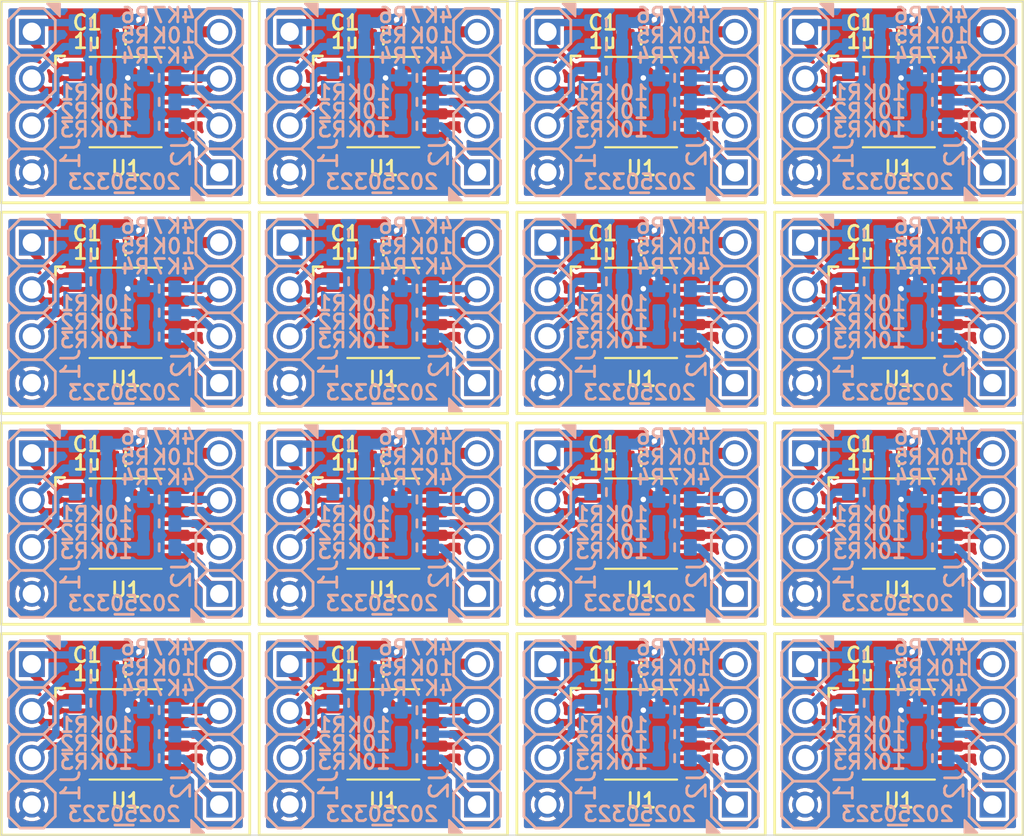
<source format=kicad_pcb>
(kicad_pcb (version 20240108) (generator "pcbnew") (generator_version "8.0")
  (layers (0 "F.Cu" mixed) (31 "B.Cu" mixed) (34 "B.Paste" user) (35 "F.Paste" user) (36 "B.SilkS" user "B.Silkscreen") (37 "F.SilkS" user "F.Silkscreen") (38 "B.Mask" user) (39 "F.Mask" user) (44 "Edge.Cuts" user))
  (net 0 "")
  (net 1 "GND")
  (net 2 "VCC")
  (net 3 "/A1")
  (net 4 "/A0")
  (net 5 "/A2")
  (net 6 "/SDA")
  (net 7 "/WP")
  (net 8 "/SCL")
  (footprint "SquantorIC:SOIC-8" (layer "F.Cu") (at 160.02 66.04)
    (property "Reference" "U1")
    (property "Value" "~")
  )
  (footprint "SquantorIC:SOIC-8" (layer "F.Cu") (at 160.02 77.47)
    (property "Reference" "U1")
    (property "Value" "~")
  )
  (footprint "SquantorCapacitor:C_0603" (layer "F.Cu") (at 160.02 51.1)
    (property "Reference" "C1")
    (property "Value" "1u")
  )
  (footprint "SquantorIC:SOIC-8" (layer "F.Cu") (at 173.99 66.04)
    (property "Reference" "U1")
    (property "Value" "~")
  )
  (footprint "SquantorCapacitor:C_0603" (layer "F.Cu") (at 160.02 73.96)
    (property "Reference" "C1")
    (property "Value" "1u")
  )
  (footprint "SquantorIC:SOIC-8" (layer "F.Cu") (at 146.05 77.47)
    (property "Reference" "U1")
    (property "Value" "~")
  )
  (footprint "SquantorIC:SOIC-8" (layer "F.Cu") (at 132.08 66.04)
    (property "Reference" "U1")
    (property "Value" "~")
  )
  (footprint "SquantorCapacitor:C_0603" (layer "F.Cu") (at 146.05 73.96)
    (property "Reference" "C1")
    (property "Value" "1u")
  )
  (footprint "SquantorIC:SOIC-8" (layer "F.Cu") (at 146.05 88.9)
    (property "Reference" "U1")
    (property "Value" "~")
  )
  (footprint "SquantorIC:SOIC-8" (layer "F.Cu") (at 173.99 77.47)
    (property "Reference" "U1")
    (property "Value" "~")
  )
  (footprint "SquantorCapacitor:C_0603" (layer "F.Cu") (at 132.08 73.96)
    (property "Reference" "C1")
    (property "Value" "1u")
  )
  (footprint "SquantorCapacitor:C_0603" (layer "F.Cu") (at 132.08 62.53)
    (property "Reference" "C1")
    (property "Value" "1u")
  )
  (footprint "SquantorIC:SOIC-8" (layer "F.Cu") (at 146.05 66.04)
    (property "Reference" "U1")
    (property "Value" "~")
  )
  (footprint "SquantorCapacitor:C_0603" (layer "F.Cu") (at 132.08 51.1)
    (property "Reference" "C1")
    (property "Value" "1u")
  )
  (footprint "SquantorIC:SOIC-8" (layer "F.Cu") (at 160.02 88.9)
    (property "Reference" "U1")
    (property "Value" "~")
  )
  (footprint "SquantorCapacitor:C_0603" (layer "F.Cu") (at 173.99 85.39)
    (property "Reference" "C1")
    (property "Value" "1u")
  )
  (footprint "SquantorCapacitor:C_0603" (layer "F.Cu") (at 146.05 51.1)
    (property "Reference" "C1")
    (property "Value" "1u")
  )
  (footprint "SquantorIC:SOIC-8" (layer "F.Cu") (at 132.08 77.47)
    (property "Reference" "U1")
    (property "Value" "~")
  )
  (footprint "SquantorCapacitor:C_0603" (layer "F.Cu") (at 132.08 85.39)
    (property "Reference" "C1")
    (property "Value" "1u")
  )
  (footprint "SquantorIC:SOIC-8" (layer "F.Cu") (at 173.99 54.61)
    (property "Reference" "U1")
    (property "Value" "~")
  )
  (footprint "SquantorIC:SOIC-8" (layer "F.Cu") (at 160.02 54.61)
    (property "Reference" "U1")
    (property "Value" "~")
  )
  (footprint "SquantorCapacitor:C_0603" (layer "F.Cu") (at 160.02 62.53)
    (property "Reference" "C1")
    (property "Value" "1u")
  )
  (footprint "SquantorIC:SOIC-8" (layer "F.Cu") (at 173.99 88.9)
    (property "Reference" "U1")
    (property "Value" "~")
  )
  (footprint "SquantorCapacitor:C_0603" (layer "F.Cu") (at 173.99 62.53)
    (property "Reference" "C1")
    (property "Value" "1u")
  )
  (footprint "SquantorCapacitor:C_0603" (layer "F.Cu") (at 146.05 85.39)
    (property "Reference" "C1")
    (property "Value" "1u")
  )
  (footprint "SquantorIC:SOIC-8" (layer "F.Cu") (at 146.05 54.61)
    (property "Reference" "U1")
    (property "Value" "~")
  )
  (footprint "SquantorCapacitor:C_0603" (layer "F.Cu") (at 173.99 51.1)
    (property "Reference" "C1")
    (property "Value" "1u")
  )
  (footprint "SquantorCapacitor:C_0603" (layer "F.Cu") (at 146.05 62.53)
    (property "Reference" "C1")
    (property "Value" "1u")
  )
  (footprint "SquantorIC:SOIC-8" (layer "F.Cu") (at 132.08 54.61)
    (property "Reference" "U1")
    (property "Value" "~")
  )
  (footprint "SquantorCapacitor:C_0603" (layer "F.Cu") (at 173.99 73.96)
    (property "Reference" "C1")
    (property "Value" "1u")
  )
  (footprint "SquantorCapacitor:C_0603" (layer "F.Cu") (at 160.02 85.39)
    (property "Reference" "C1")
    (property "Value" "1u")
  )
  (footprint "SquantorIC:SOIC-8" (layer "F.Cu") (at 132.08 88.9)
    (property "Reference" "U1")
    (property "Value" "~")
  )
  (footprint "SquantorLabels:Label_Generic" (layer "B.Cu") (at 132 58.928 180)
    (property "Reference" "N1" (hide yes))
    (property "Value" "20250323")
  )
  (footprint "SquantorConnectors:Header-0254-1X04-H010" (layer "B.Cu") (at 140.97 77.47 -90)
    (property "Reference" "J1")
    (property "Value" "Conn_01x04")
  )
  (footprint "SquantorResistor:R_0603_hand" (layer "B.Cu") (at 144.17 61.73 180)
    (property "Reference" "R1")
    (property "Value" "10K")
  )
  (footprint "SquantorResistor:R_0603_hand" (layer "B.Cu") (at 144.17 73.16 180)
    (property "Reference" "R1")
    (property "Value" "10K")
  )
  (footprint "SquantorConnectors:Header-0254-1X04-H010" (layer "B.Cu") (at 179.07 66.04 90)
    (property "Reference" "J2")
    (property "Value" "Conn_01x04")
  )
  (footprint "SquantorResistor:R_0603_hand" (layer "B.Cu") (at 144.17 74.46 180)
    (property "Reference" "R2")
    (property "Value" "10K")
  )
  (footprint "SquantorLabels:Label_Generic" (layer "B.Cu") (at 132 81.788 180)
    (property "Reference" "N1" (hide yes))
    (property "Value" "20250323")
  )
  (footprint "SquantorResistor:R_0603_hand" (layer "B.Cu") (at 158.14 74.46 180)
    (property "Reference" "R2")
    (property "Value" "10K")
  )
  (footprint "SquantorConnectors:Header-0254-1X04-H010" (layer "B.Cu") (at 165.1 54.61 90)
    (property "Reference" "J2")
    (property "Value" "Conn_01x04")
  )
  (footprint "SquantorResistor:R_0603_hand" (layer "B.Cu") (at 172.11 75.76 180)
    (property "Reference" "R3")
    (property "Value" "10K")
  )
  (footprint "SquantorResistor:R_0603_hand" (layer "B.Cu") (at 161.84 53.3 180)
    (property "Reference" "R4")
    (property "Value" "10K")
  )
  (footprint "SquantorResistor:R_0603_hand" (layer "B.Cu") (at 175.81 88.89 180)
    (property "Reference" "R5")
    (property "Value" "4K7")
  )
  (footprint "SquantorLabels:Label_Generic" (layer "B.Cu") (at 145.97 58.928 180)
    (property "Reference" "N1" (hide yes))
    (property "Value" "20250323")
  )
  (footprint "SquantorResistor:R_0603_hand" (layer "B.Cu") (at 175.81 55.9 180)
    (property "Reference" "R6")
    (property "Value" "4K7")
  )
  (footprint "SquantorConnectors:Header-0254-1X04-H010" (layer "B.Cu") (at 179.07 88.9 90)
    (property "Reference" "J2")
    (property "Value" "Conn_01x04")
  )
  (footprint "SquantorResistor:R_0603_hand" (layer "B.Cu") (at 158.14 87.19 180)
    (property "Reference" "R3")
    (property "Value" "10K")
  )
  (footprint "SquantorConnectors:Header-0254-1X04-H010" (layer "B.Cu") (at 127 54.61 -90)
    (property "Reference" "J1")
    (property "Value" "Conn_01x04")
  )
  (footprint "SquantorLabels:Label_Generic" (layer "B.Cu") (at 145.97 93.218 180)
    (property "Reference" "N1" (hide yes))
    (property "Value" "20250323")
  )
  (footprint "SquantorConnectors:Header-0254-1X04-H010" (layer "B.Cu") (at 140.97 88.9 -90)
    (property "Reference" "J1")
    (property "Value" "Conn_01x04")
  )
  (footprint "SquantorResistor:R_0603_hand" (layer "B.Cu") (at 147.87 77.46 180)
    (property "Reference" "R5")
    (property "Value" "4K7")
  )
  (footprint "SquantorResistor:R_0603_hand" (layer "B.Cu") (at 161.84 76.16 180)
    (property "Reference" "R4")
    (property "Value" "10K")
  )
  (footprint "SquantorConnectors:Header-0254-1X04-H010" (layer "B.Cu") (at 154.94 88.9 -90)
    (property "Reference" "J1")
    (property "Value" "Conn_01x04")
  )
  (footprint "SquantorResistor:R_0603_hand" (layer "B.Cu") (at 133.9 64.73 180)
    (property "Reference" "R4")
    (property "Value" "10K")
  )
  (footprint "SquantorResistor:R_0603_hand" (layer "B.Cu") (at 147.87 78.76 180)
    (property "Reference" "R6")
    (property "Value" "4K7")
  )
  (footprint "SquantorResistor:R_0603_hand" (layer "B.Cu") (at 130.2 64.33 180)
    (property "Reference" "R3")
    (property "Value" "10K")
  )
  (footprint "SquantorResistor:R_0603_hand" (layer "B.Cu") (at 172.11 63.03 180)
    (property "Reference" "R2")
    (property "Value" "10K")
  )
  (footprint "SquantorResistor:R_0603_hand" (layer "B.Cu") (at 172.11 52.9 180)
    (property "Reference" "R3")
    (property "Value" "10K")
  )
  (footprint "SquantorResistor:R_0603_hand" (layer "B.Cu") (at 158.14 50.3 180)
    (property "Reference" "R1")
    (property "Value" "10K")
  )
  (footprint "SquantorResistor:R_0603_hand" (layer "B.Cu") (at 144.17 84.59 180)
    (property "Reference" "R1")
    (property "Value" "10K")
  )
  (footprint "SquantorResistor:R_0603_hand" (layer "B.Cu") (at 175.81 87.59 180)
    (property "Reference" "R4")
    (property "Value" "10K")
  )
  (footprint "SquantorResistor:R_0603_hand" (layer "B.Cu") (at 130.2 61.73 180)
    (property "Reference" "R1")
    (property "Value" "10K")
  )
  (footprint "SquantorConnectors:Header-0254-1X04-H010" (layer "B.Cu") (at 179.07 77.47 90)
    (property "Reference" "J2")
    (property "Value" "Conn_01x04")
  )
  (footprint "SquantorResistor:R_0603_hand" (layer "B.Cu") (at 133.9 54.6 180)
    (property "Reference" "R5")
    (property "Value" "4K7")
  )
  (footprint "SquantorResistor:R_0603_hand" (layer "B.Cu") (at 144.17 63.03 180)
    (property "Reference" "R2")
    (property "Value" "10K")
  )
  (footprint "SquantorConnectors:Header-0254-1X04-H010" (layer "B.Cu") (at 179.07 54.61 90)
    (property "Reference" "J2")
    (property "Value" "Conn_01x04")
  )
  (footprint "SquantorResistor:R_0603_hand" (layer "B.Cu") (at 133.9 78.76 180)
    (property "Reference" "R6")
    (property "Value" "4K7")
  )
  (footprint "SquantorResistor:R_0603_hand" (layer "B.Cu") (at 147.87 67.33 180)
    (property "Reference" "R6")
    (property "Value" "4K7")
  )
  (footprint "SquantorResistor:R_0603_hand" (layer "B.Cu") (at 158.14 85.89 180)
    (property "Reference" "R2")
    (property "Value" "10K")
  )
  (footprint "SquantorResistor:R_0603_hand" (layer "B.Cu") (at 161.84 54.6 180)
    (property "Reference" "R5")
    (property "Value" "4K7")
  )
  (footprint "SquantorConnectors:Header-0254-1X04-H010" (layer "B.Cu") (at 151.13 88.9 90)
    (property "Reference" "J2")
    (property "Value" "Conn_01x04")
  )
  (footprint "SquantorResistor:R_0603_hand" (layer "B.Cu") (at 172.11 87.19 180)
    (property "Reference" "R3")
    (property "Value" "10K")
  )
  (footprint "SquantorResistor:R_0603_hand" (layer "B.Cu") (at 161.84 87.59 180)
    (property "Reference" "R4")
    (property "Value" "10K")
  )
  (footprint "SquantorResistor:R_0603_hand" (layer "B.Cu") (at 133.9 88.89 180)
    (property "Reference" "R5")
    (property "Value" "4K7")
  )
  (footprint "SquantorConnectors:Header-0254-1X04-H010" (layer "B.Cu") (at 140.97 54.61 -90)
    (property "Reference" "J1")
    (property "Value" "Conn_01x04")
  )
  (footprint "SquantorResistor:R_0603_hand" (layer "B.Cu") (at 161.84 66.03 180)
    (property "Reference" "R5")
    (property "Value" "4K7")
  )
  (footprint "SquantorConnectors:Header-0254-1X04-H010" (layer "B.Cu") (at 151.13 77.47 90)
    (property "Reference" "J2")
    (property "Value" "Conn_01x04")
  )
  (footprint "SquantorResistor:R_0603_hand" (layer "B.Cu") (at 144.17 75.76 180)
    (property "Reference" "R3")
    (property "Value" "10K")
  )
  (footprint "SquantorResistor:R_0603_hand" (layer "B.Cu") (at 133.9 76.16 180)
    (property "Reference" "R4")
    (property "Value" "10K")
  )
  (footprint "SquantorResistor:R_0603_hand" (layer "B.Cu") (at 147.87 87.59 180)
    (property "Reference" "R4")
    (property "Value" "10K")
  )
  (footprint "SquantorResistor:R_0603_hand" (layer "B.Cu") (at 130.2 85.89 180)
    (property "Reference" "R2")
    (property "Value" "10K")
  )
  (footprint "SquantorResistor:R_0603_hand" (layer "B.Cu") (at 133.9 53.3 180)
    (property "Reference" "R4")
    (property "Value" "10K")
  )
  (footprint "SquantorResistor:R_0603_hand" (layer "B.Cu") (at 161.84 55.9 180)
    (property "Reference" "R6")
    (property "Value" "4K7")
  )
  (footprint "SquantorResistor:R_0603_hand" (layer "B.Cu") (at 144.17 52.9 180)
    (property "Reference" "R3")
    (property "Value" "10K")
  )
  (footprint "SquantorResistor:R_0603_hand" (layer "B.Cu") (at 133.9 66.03 180)
    (property "Reference" "R5")
    (property "Value" "4K7")
  )
  (footprint "SquantorConnectors:Header-0254-1X04-H010" (layer "B.Cu") (at 127 88.9 -90)
    (property "Reference" "J1")
    (property "Value" "Conn_01x04")
  )
  (footprint "SquantorResistor:R_0603_hand" (layer "B.Cu") (at 147.87 53.3 180)
    (property "Reference" "R4")
    (property "Value" "10K")
  )
  (footprint "SquantorConnectors:Header-0254-1X04-H010" (layer "B.Cu") (at 168.91 77.47 -90)
    (property "Reference" "J1")
    (property "Value" "Conn_01x04")
  )
  (footprint "SquantorConnectors:Header-0254-1X04-H010" (layer "B.Cu") (at 154.94 77.47 -90)
    (property "Reference" "J1")
    (property "Value" "Conn_01x04")
  )
  (footprint "SquantorResistor:R_0603_hand" (layer "B.Cu") (at 147.87 76.16 180)
    (property "Reference" "R4")
    (property "Value" "10K")
  )
  (footprint "SquantorLabels:Label_Generic" (layer "B.Cu") (at 132 93.218 180)
    (property "Reference" "N1" (hide yes))
    (property "Value" "20250323")
  )
  (footprint "SquantorResistor:R_0603_hand" (layer "B.Cu") (at 175.81 66.03 180)
    (property "Reference" "R5")
    (property "Value" "4K7")
  )
  (footprint "SquantorResistor:R_0603_hand" (layer "B.Cu") (at 158.14 63.03 180)
    (property "Reference" "R2")
    (property "Value" "10K")
  )
  (footprint "SquantorConnectors:Header-0254-1X04-H010" (layer "B.Cu") (at 151.13 54.61 90)
    (property "Reference" "J2")
    (property "Value" "Conn_01x04")
  )
  (footprint "SquantorResistor:R_0603_hand" (layer "B.Cu") (at 161.84 77.46 180)
    (property "Reference" "R5")
    (property "Value" "4K7")
  )
  (footprint "SquantorResistor:R_0603_hand" (layer "B.Cu") (at 158.14 73.16 180)
    (property "Reference" "R1")
    (property "Value" "10K")
  )
  (footprint "SquantorConnectors:Header-0254-1X04-H010" (layer "B.Cu") (at 168.91 54.61 -90)
    (property "Reference" "J1")
    (property "Value" "Conn_01x04")
  )
  (footprint "SquantorLabels:Label_Generic" (layer "B.Cu") (at 132 70.358 180)
    (property "Reference" "N1" (hide yes))
    (property "Value" "20250323")
  )
  (footprint "SquantorConnectors:Header-0254-1X04-H010" (layer "B.Cu") (at 165.1 66.04 90)
    (property "Reference" "J2")
    (property "Value" "Conn_01x04")
  )
  (footprint "SquantorResistor:R_0603_hand" (layer "B.Cu") (at 158.14 75.76 180)
    (property "Reference" "R3")
    (property "Value" "10K")
  )
  (footprint "SquantorResistor:R_0603_hand" (layer "B.Cu") (at 172.11 51.6 180)
    (property "Reference" "R2")
    (property "Value" "10K")
  )
  (footprint "SquantorResistor:R_0603_hand" (layer "B.Cu") (at 172.11 64.33 180)
    (property "Reference" "R3")
    (property "Value" "10K")
  )
  (footprint "SquantorResistor:R_0603_hand" (layer "B.Cu") (at 130.2 84.59 180)
    (property "Reference" "R1")
    (property "Value" "10K")
  )
  (footprint "SquantorResistor:R_0603_hand" (layer "B.Cu") (at 133.9 67.33 180)
    (property "Reference" "R6")
    (property "Value" "4K7")
  )
  (footprint "SquantorLabels:Label_Generic" (layer "B.Cu") (at 173.91 81.788 180)
    (property "Reference" "N1" (hide yes))
    (property "Value" "20250323")
  )
  (footprint "SquantorResistor:R_0603_hand" (layer "B.Cu") (at 144.17 85.89 180)
    (property "Reference" "R2")
    (property "Value" "10K")
  )
  (footprint "SquantorLabels:Label_Generic" (layer "B.Cu") (at 173.91 93.218 180)
    (property "Reference" "N1" (hide yes))
    (property "Value" "20250323")
  )
  (footprint "SquantorResistor:R_0603_hand" (layer "B.Cu") (at 158.14 51.6 180)
    (property "Reference" "R2")
    (property "Value" "10K")
  )
  (footprint "SquantorResistor:R_0603_hand" (layer "B.Cu") (at 133.9 77.46 180)
    (property "Reference" "R5")
    (property "Value" "4K7")
  )
  (footprint "SquantorConnectors:Header-0254-1X04-H010" (layer "B.Cu") (at 127 66.04 -90)
    (property "Reference" "J1")
    (property "Value" "Conn_01x04")
  )
  (footprint "SquantorConnectors:Header-0254-1X04-H010" (layer "B.Cu") (at 168.91 66.04 -90)
    (property "Reference" "J1")
    (property "Value" "Conn_01x04")
  )
  (footprint "SquantorConnectors:Header-0254-1X04-H010" (layer "B.Cu") (at 154.94 54.61 -90)
    (property "Reference" "J1")
    (property "Value" "Conn_01x04")
  )
  (footprint "SquantorResistor:R_0603_hand" (layer "B.Cu") (at 130.2 52.9 180)
    (property "Reference" "R3")
    (property "Value" "10K")
  )
  (footprint "SquantorResistor:R_0603_hand" (layer "B.Cu") (at 133.9 90.19 180)
    (property "Reference" "R6")
    (property "Value" "4K7")
  )
  (footprint "SquantorLabels:Label_Generic" (layer "B.Cu") (at 145.97 81.788 180)
    (property "Reference" "N1" (hide yes))
    (property "Value" "20250323")
  )
  (footprint "SquantorLabels:Label_Generic" (layer "B.Cu") (at 159.94 70.358 180)
    (property "Reference" "N1" (hide yes))
    (property "Value" "20250323")
  )
  (footprint "SquantorResistor:R_0603_hand" (layer "B.Cu") (at 130.2 51.6 180)
    (property "Reference" "R2")
    (property "Value" "10K")
  )
  (footprint "SquantorLabels:Label_Generic" (layer "B.Cu") (at 159.94 93.218 180)
    (property "Reference" "N1" (hide yes))
    (property "Value" "20250323")
  )
  (footprint "SquantorConnectors:Header-0254-1X04-H010" (layer "B.Cu") (at 151.13 66.04 90)
    (property "Reference" "J2")
    (property "Value" "Conn_01x04")
  )
  (footprint "SquantorResistor:R_0603_hand" (layer "B.Cu") (at 133.9 87.59 180)
    (property "Reference" "R4")
    (property "Value" "10K")
  )
  (footprint "SquantorResistor:R_0603_hand" (layer "B.Cu") (at 161.84 67.33 180)
    (property "Reference" "R6")
    (property "Value" "4K7")
  )
  (footprint "SquantorConnectors:Header-0254-1X04-H010" (layer "B.Cu") (at 168.91 88.9 -90)
    (property "Reference" "J1")
    (property "Value" "Conn_01x04")
  )
  (footprint "SquantorLabels:Label_Generic" (layer "B.Cu") (at 159.94 81.788 180)
    (property "Reference" "N1" (hide yes))
    (property "Value" "20250323")
  )
  (footprint "SquantorResistor:R_0603_hand" (layer "B.Cu") (at 130.2 75.76 180)
    (property "Reference" "R3")
    (property "Value" "10K")
  )
  (footprint "SquantorResistor:R_0603_hand" (layer "B.Cu") (at 175.81 90.19 180)
    (property "Reference" "R6")
    (property "Value" "4K7")
  )
  (footprint "SquantorResistor:R_0603_hand" (layer "B.Cu") (at 133.9 55.9 180)
    (property "Reference" "R6")
    (property "Value" "4K7")
  )
  (footprint "SquantorResistor:R_0603_hand" (layer "B.Cu") (at 130.2 74.46 180)
    (property "Reference" "R2")
    (property "Value" "10K")
  )
  (footprint "SquantorResistor:R_0603_hand" (layer "B.Cu") (at 158.14 61.73 180)
    (property "Reference" "R1")
    (property "Value" "10K")
  )
  (footprint "SquantorResistor:R_0603_hand" (layer "B.Cu") (at 147.87 66.03 180)
    (property "Reference" "R5")
    (property "Value" "4K7")
  )
  (footprint "SquantorResistor:R_0603_hand" (layer "B.Cu") (at 172.11 61.73 180)
    (property "Reference" "R1")
    (property "Value" "10K")
  )
  (footprint "SquantorResistor:R_0603_hand" (layer "B.Cu") (at 175.81 64.73 180)
    (property "Reference" "R4")
    (property "Value" "10K")
  )
  (footprint "SquantorResistor:R_0603_hand" (layer "B.Cu") (at 172.11 73.16 180)
    (property "Reference" "R1")
    (property "Value" "10K")
  )
  (footprint "SquantorConnectors:Header-0254-1X04-H010" (layer "B.Cu") (at 137.16 66.04 90)
    (property "Reference" "J2")
    (property "Value" "Conn_01x04")
  )
  (footprint "SquantorResistor:R_0603_hand" (layer "B.Cu") (at 130.2 87.19 180)
    (property "Reference" "R3")
    (property "Value" "10K")
  )
  (footprint "SquantorResistor:R_0603_hand" (layer "B.Cu") (at 175.81 77.46 180)
    (property "Reference" "R5")
    (property "Value" "4K7")
  )
  (footprint "SquantorLabels:Label_Generic" (layer "B.Cu") (at 159.94 58.928 180)
    (property "Reference" "N1" (hide yes))
    (property "Value" "20250323")
  )
  (footprint "SquantorConnectors:Header-0254-1X04-H010" (layer "B.Cu") (at 137.16 77.47 90)
    (property "Reference" "J2")
    (property "Value" "Conn_01x04")
  )
  (footprint "SquantorResistor:R_0603_hand" (layer "B.Cu") (at 144.17 51.6 180)
    (property "Reference" "R2")
    (property "Value" "10K")
  )
  (footprint "SquantorResistor:R_0603_hand" (layer "B.Cu") (at 172.11 50.3 180)
    (property "Reference" "R1")
    (property "Value" "10K")
  )
  (footprint "SquantorResistor:R_0603_hand" (layer "B.Cu") (at 130.2 50.3 180)
    (property "Reference" "R1")
    (property "Value" "10K")
  )
  (footprint "SquantorConnectors:Header-0254-1X04-H010" (layer "B.Cu") (at 154.94 66.04 -90)
    (property "Reference" "J1")
    (property "Value" "Conn_01x04")
  )
  (footprint "SquantorResistor:R_0603_hand" (layer "B.Cu") (at 172.11 74.46 180)
    (property "Reference" "R2")
    (property "Value" "10K")
  )
  (footprint "SquantorResistor:R_0603_hand" (layer "B.Cu") (at 158.14 84.59 180)
    (property "Reference" "R1")
    (property "Value" "10K")
  )
  (footprint "SquantorResistor:R_0603_hand" (layer "B.Cu") (at 147.87 54.6 180)
    (property "Reference" "R5")
    (property "Value" "4K7")
  )
  (footprint "SquantorResistor:R_0603_hand" (layer "B.Cu") (at 161.84 90.19 180)
    (property "Reference" "R6")
    (property "Value" "4K7")
  )
  (footprint "SquantorConnectors:Header-0254-1X04-H010" (layer "B.Cu") (at 137.16 88.9 90)
    (property "Reference" "J2")
    (property "Value" "Conn_01x04")
  )
  (footprint "SquantorResistor:R_0603_hand" (layer "B.Cu") (at 158.14 52.9 180)
    (property "Reference" "R3")
    (property "Value" "10K")
  )
  (footprint "SquantorResistor:R_0603_hand" (layer "B.Cu") (at 172.11 84.59 180)
    (property "Reference" "R1")
    (property "Value" "10K")
  )
  (footprint "SquantorConnectors:Header-0254-1X04-H010" (layer "B.Cu") (at 140.97 66.04 -90)
    (property "Reference" "J1")
    (property "Value" "Conn_01x04")
  )
  (footprint "SquantorResistor:R_0603_hand" (layer "B.Cu") (at 158.14 64.33 180)
    (property "Reference" "R3")
    (property "Value" "10K")
  )
  (footprint "SquantorResistor:R_0603_hand" (layer "B.Cu") (at 144.17 50.3 180)
    (property "Reference" "R1")
    (property "Value" "10K")
  )
  (footprint "SquantorResistor:R_0603_hand" (layer "B.Cu") (at 175.81 53.3 180)
    (property "Reference" "R4")
    (property "Value" "10K")
  )
  (footprint "SquantorResistor:R_0603_hand" (layer "B.Cu") (at 147.87 55.9 180)
    (property "Reference" "R6")
    (property "Value" "4K7")
  )
  (footprint "SquantorResistor:R_0603_hand" (layer "B.Cu") (at 147.87 88.89 180)
    (property "Reference" "R5")
    (property "Value" "4K7")
  )
  (footprint "SquantorResistor:R_0603_hand" (layer "B.Cu") (at 175.81 78.76 180)
    (property "Reference" "R6")
    (property "Value" "4K7")
  )
  (footprint "SquantorResistor:R_0603_hand" (layer "B.Cu") (at 144.17 64.33 180)
    (property "Reference" "R3")
    (property "Value" "10K")
  )
  (footprint "SquantorResistor:R_0603_hand" (layer "B.Cu") (at 161.84 88.89 180)
    (property "Reference" "R5")
    (property "Value" "4K7")
  )
  (footprint "SquantorResistor:R_0603_hand" (layer "B.Cu") (at 147.87 64.73 180)
    (property "Reference" "R4")
    (property "Value" "10K")
  )
  (footprint "SquantorResistor:R_0603_hand" (layer "B.Cu") (at 130.2 63.03 180)
    (property "Reference" "R2")
    (property "Value" "10K")
  )
  (footprint "SquantorLabels:Label_Generic" (layer "B.Cu") (at 145.97 70.358 180)
    (property "Reference" "N1" (hide yes))
    (property "Value" "20250323")
  )
  (footprint "SquantorResistor:R_0603_hand" (layer "B.Cu") (at 172.11 85.89 180)
    (property "Reference" "R2")
    (property "Value" "10K")
  )
  (footprint "SquantorConnectors:Header-0254-1X04-H010" (layer "B.Cu") (at 165.1 88.9 90)
    (property "Reference" "J2")
    (property "Value" "Conn_01x04")
  )
  (footprint "SquantorResistor:R_0603_hand" (layer "B.Cu") (at 161.84 64.73 180)
    (property "Reference" "R4")
    (property "Value" "10K")
  )
  (footprint "SquantorResistor:R_0603_hand" (layer "B.Cu") (at 175.81 54.6 180)
    (property "Reference" "R5")
    (property "Value" "4K7")
  )
  (footprint "SquantorResistor:R_0603_hand" (layer "B.Cu") (at 130.2 73.16 180)
    (property "Reference" "R1")
    (property "Value" "10K")
  )
  (footprint "SquantorConnectors:Header-0254-1X04-H010" (layer "B.Cu") (at 137.16 54.61 90)
    (property "Reference" "J2")
    (property "Value" "Conn_01x04")
  )
  (footprint "SquantorResistor:R_0603_hand" (layer "B.Cu") (at 175.81 67.33 180)
    (property "Reference" "R6")
    (property "Value" "4K7")
  )
  (footprint "SquantorConnectors:Header-0254-1X04-H010" (layer "B.Cu") (at 165.1 77.47 90)
    (property "Reference" "J2")
    (property "Value" "Conn_01x04")
  )
  (footprint "SquantorLabels:Label_Generic" (layer "B.Cu") (at 173.91 70.358 180)
    (property "Reference" "N1" (hide yes))
    (property "Value" "20250323")
  )
  (footprint "SquantorResistor:R_0603_hand" (layer "B.Cu") (at 175.81 76.16 180)
    (property "Reference" "R4")
    (property "Value" "10K")
  )
  (footprint "SquantorResistor:R_0603_hand" (layer "B.Cu") (at 147.87 90.19 180)
    (property "Reference" "R6")
    (property "Value" "4K7")
  )
  (footprint "SquantorResistor:R_0603_hand" (layer "B.Cu") (at 144.17 87.19 180)
    (property "Reference" "R3")
    (property "Value" "10K")
  )
  (footprint "SquantorResistor:R_0603_hand" (layer "B.Cu") (at 161.84 78.76 180)
    (property "Reference" "R6")
    (property "Value" "4K7")
  )
  (footprint "SquantorConnectors:Header-0254-1X04-H010" (layer "B.Cu") (at 127 77.47 -90)
    (property "Reference" "J1")
    (property "Value" "Conn_01x04")
  )
  (footprint "SquantorLabels:Label_Generic" (layer "B.Cu") (at 173.91 58.928 180)
    (property "Reference" "N1" (hide yes))
    (property "Value" "20250323")
  )
  (gr_line (start 139.319 72.009) (end 152.781 72.009) (stroke (width 0.15)) (layer "F.SilkS"))
  (gr_line (start 153.289 83.439) (end 166.751 83.439) (stroke (width 0.15)) (layer "F.SilkS"))
  (gr_line (start 139.319 94.361) (end 139.319 83.439) (stroke (width 0.15)) (layer "F.SilkS"))
  (gr_line (start 139.319 82.931) (end 139.319 72.009) (stroke (width 0.15)) (layer "F.SilkS"))
  (gr_line (start 152.781 83.439) (end 152.781 94.361) (stroke (width 0.15)) (layer "F.SilkS"))
  (gr_line (start 167.259 60.579) (end 180.721 60.579) (stroke (width 0.15)) (layer "F.SilkS"))
  (gr_line (start 166.751 49.149) (end 166.751 60.071) (stroke (width 0.15)) (layer "F.SilkS"))
  (gr_line (start 125.349 71.501) (end 125.349 60.579) (stroke (width 0.15)) (layer "F.SilkS"))
  (gr_line (start 139.319 83.439) (end 152.781 83.439) (stroke (width 0.15)) (layer "F.SilkS"))
  (gr_line (start 167.259 72.009) (end 180.721 72.009) (stroke (width 0.15)) (layer "F.SilkS"))
  (gr_line (start 139.319 49.149) (end 152.781 49.149) (stroke (width 0.15)) (layer "F.SilkS"))
  (gr_line (start 167.259 60.071) (end 167.259 49.149) (stroke (width 0.15)) (layer "F.SilkS"))
  (gr_line (start 138.811 60.579) (end 138.811 71.501) (stroke (width 0.15)) (layer "F.SilkS"))
  (gr_line (start 153.289 82.931) (end 153.289 72.009) (stroke (width 0.15)) (layer "F.SilkS"))
  (gr_line (start 138.811 72.009) (end 138.811 82.931) (stroke (width 0.15)) (layer "F.SilkS"))
  (gr_line (start 153.289 94.361) (end 153.289 83.439) (stroke (width 0.15)) (layer "F.SilkS"))
  (gr_line (start 166.751 60.579) (end 166.751 71.501) (stroke (width 0.15)) (layer "F.SilkS"))
  (gr_line (start 125.349 72.009) (end 138.811 72.009) (stroke (width 0.15)) (layer "F.SilkS"))
  (gr_line (start 138.811 83.439) (end 138.811 94.361) (stroke (width 0.15)) (layer "F.SilkS"))
  (gr_line (start 180.721 82.931) (end 167.259 82.931) (stroke (width 0.15)) (layer "F.SilkS"))
  (gr_line (start 166.751 60.071) (end 153.289 60.071) (stroke (width 0.15)) (layer "F.SilkS"))
  (gr_line (start 167.259 82.931) (end 167.259 72.009) (stroke (width 0.15)) (layer "F.SilkS"))
  (gr_line (start 152.781 94.361) (end 139.319 94.361) (stroke (width 0.15)) (layer "F.SilkS"))
  (gr_line (start 180.721 72.009) (end 180.721 82.931) (stroke (width 0.15)) (layer "F.SilkS"))
  (gr_line (start 180.721 60.071) (end 167.259 60.071) (stroke (width 0.15)) (layer "F.SilkS"))
  (gr_line (start 138.811 60.071) (end 125.349 60.071) (stroke (width 0.15)) (layer "F.SilkS"))
  (gr_line (start 125.349 60.071) (end 125.349 49.149) (stroke (width 0.15)) (layer "F.SilkS"))
  (gr_line (start 152.781 82.931) (end 139.319 82.931) (stroke (width 0.15)) (layer "F.SilkS"))
  (gr_line (start 166.751 71.501) (end 153.289 71.501) (stroke (width 0.15)) (layer "F.SilkS"))
  (gr_line (start 166.751 83.439) (end 166.751 94.361) (stroke (width 0.15)) (layer "F.SilkS"))
  (gr_line (start 180.721 71.501) (end 167.259 71.501) (stroke (width 0.15)) (layer "F.SilkS"))
  (gr_line (start 152.781 60.579) (end 152.781 71.501) (stroke (width 0.15)) (layer "F.SilkS"))
  (gr_line (start 125.349 94.361) (end 125.349 83.439) (stroke (width 0.15)) (layer "F.SilkS"))
  (gr_line (start 138.811 94.361) (end 125.349 94.361) (stroke (width 0.15)) (layer "F.SilkS"))
  (gr_line (start 153.289 60.071) (end 153.289 49.149) (stroke (width 0.15)) (layer "F.SilkS"))
  (gr_line (start 166.751 82.931) (end 153.289 82.931) (stroke (width 0.15)) (layer "F.SilkS"))
  (gr_line (start 153.289 72.009) (end 166.751 72.009) (stroke (width 0.15)) (layer "F.SilkS"))
  (gr_line (start 152.781 71.501) (end 139.319 71.501) (stroke (width 0.15)) (layer "F.SilkS"))
  (gr_line (start 180.721 83.439) (end 180.721 94.361) (stroke (width 0.15)) (layer "F.SilkS"))
  (gr_line (start 139.319 71.501) (end 139.319 60.579) (stroke (width 0.15)) (layer "F.SilkS"))
  (gr_line (start 153.289 60.579) (end 166.751 60.579) (stroke (width 0.15)) (layer "F.SilkS"))
  (gr_line (start 138.811 49.149) (end 138.811 60.071) (stroke (width 0.15)) (layer "F.SilkS"))
  (gr_line (start 125.349 49.149) (end 138.811 49.149) (stroke (width 0.15)) (layer "F.SilkS"))
  (gr_line (start 152.781 72.009) (end 152.781 82.931) (stroke (width 0.15)) (layer "F.SilkS"))
  (gr_line (start 153.289 49.149) (end 166.751 49.149) (stroke (width 0.15)) (layer "F.SilkS"))
  (gr_line (start 152.781 60.071) (end 139.319 60.071) (stroke (width 0.15)) (layer "F.SilkS"))
  (gr_line (start 166.751 94.361) (end 153.289 94.361) (stroke (width 0.15)) (layer "F.SilkS"))
  (gr_line (start 139.319 60.579) (end 152.781 60.579) (stroke (width 0.15)) (layer "F.SilkS"))
  (gr_line (start 180.721 94.361) (end 167.259 94.361) (stroke (width 0.15)) (layer "F.SilkS"))
  (gr_line (start 125.349 60.579) (end 138.811 60.579) (stroke (width 0.15)) (layer "F.SilkS"))
  (gr_line (start 167.259 94.361) (end 167.259 83.439) (stroke (width 0.15)) (layer "F.SilkS"))
  (gr_line (start 125.349 83.439) (end 138.811 83.439) (stroke (width 0.15)) (layer "F.SilkS"))
  (gr_line (start 153.289 71.501) (end 153.289 60.579) (stroke (width 0.15)) (layer "F.SilkS"))
  (gr_line (start 180.721 60.579) (end 180.721 71.501) (stroke (width 0.15)) (layer "F.SilkS"))
  (gr_line (start 138.811 71.501) (end 125.349 71.501) (stroke (width 0.15)) (layer "F.SilkS"))
  (gr_line (start 167.259 49.149) (end 180.721 49.149) (stroke (width 0.15)) (layer "F.SilkS"))
  (gr_line (start 152.781 49.149) (end 152.781 60.071) (stroke (width 0.15)) (layer "F.SilkS"))
  (gr_line (start 138.811 82.931) (end 125.349 82.931) (stroke (width 0.15)) (layer "F.SilkS"))
  (gr_line (start 139.319 60.071) (end 139.319 49.149) (stroke (width 0.15)) (layer "F.SilkS"))
  (gr_line (start 180.721 49.149) (end 180.721 60.071) (stroke (width 0.15)) (layer "F.SilkS"))
  (gr_line (start 125.349 82.931) (end 125.349 72.009) (stroke (width 0.15)) (layer "F.SilkS"))
  (gr_line (start 166.751 72.009) (end 166.751 82.931) (stroke (width 0.15)) (layer "F.SilkS"))
  (gr_line (start 167.259 83.439) (end 180.721 83.439) (stroke (width 0.15)) (layer "F.SilkS"))
  (gr_line (start 167.259 71.501) (end 167.259 60.579) (stroke (width 0.15)) (layer "F.SilkS"))
  (gr_line (start 125.349 94.361) (end 125.349 49.149) (stroke (width 0.05)) (layer "Edge.Cuts"))
  (gr_line (start 180.721 49.149) (end 180.721 94.361) (stroke (width 0.05)) (layer "Edge.Cuts"))
  (gr_line (start 125.349 49.149) (end 180.721 49.149) (stroke (width 0.05)) (layer "Edge.Cuts"))
  (gr_line (start 180.721 94.361) (end 125.349 94.361) (stroke (width 0.05)) (layer "Edge.Cuts"))
  (via (at 146.17 64.73) (size 0.7) (drill 0.3) (layers "F.Cu" "B.Cu") (net 1))
  (via (at 160.14 64.73) (size 0.7) (drill 0.3) (layers "F.Cu" "B.Cu") (net 1))
  (via (at 174.11 64.73) (size 0.7) (drill 0.3) (layers "F.Cu" "B.Cu") (net 1))
  (via (at 174.11 76.16) (size 0.7) (drill 0.3) (layers "F.Cu" "B.Cu") (net 1))
  (via (at 160.14 53.3) (size 0.7) (drill 0.3) (layers "F.Cu" "B.Cu") (net 1))
  (via (at 160.14 87.59) (size 0.7) (drill 0.3) (layers "F.Cu" "B.Cu") (net 1))
  (via (at 146.17 87.59) (size 0.7) (drill 0.3) (layers "F.Cu" "B.Cu") (net 1))
  (via (at 132.2 64.73) (size 0.7) (drill 0.3) (layers "F.Cu" "B.Cu") (net 1))
  (via (at 132.2 87.59) (size 0.7) (drill 0.3) (layers "F.Cu" "B.Cu") (net 1))
  (via (at 146.17 76.16) (size 0.7) (drill 0.3) (layers "F.Cu" "B.Cu") (net 1))
  (via (at 174.11 53.3) (size 0.7) (drill 0.3) (layers "F.Cu" "B.Cu") (net 1))
  (via (at 174.11 87.59) (size 0.7) (drill 0.3) (layers "F.Cu" "B.Cu") (net 1))
  (via (at 132.2 53.3) (size 0.7) (drill 0.3) (layers "F.Cu" "B.Cu") (net 1))
  (via (at 146.17 53.3) (size 0.7) (drill 0.3) (layers "F.Cu" "B.Cu") (net 1))
  (via (at 132.2 76.16) (size 0.7) (drill 0.3) (layers "F.Cu" "B.Cu") (net 1))
  (via (at 160.14 76.16) (size 0.7) (drill 0.3) (layers "F.Cu" "B.Cu") (net 1))
  (segment (start 147.275 52.705) (end 148.75 52.705) (width 0.6) (layer "F.Cu") (net 2))
  (segment (start 162.14 85.39) (end 160.77 85.39) (width 0.6) (layer "F.Cu") (net 2))
  (segment (start 134.2 85.39) (end 132.83 85.39) (width 0.6) (layer "F.Cu") (net 2))
  (segment (start 146.8 52.23) (end 147.275 52.705) (width 0.6) (layer "F.Cu") (net 2))
  (segment (start 132.83 62.53) (end 132.83 63.66) (width 0.6) (layer "F.Cu") (net 2))
  (segment (start 137.16 62.23) (end 134.5 62.23) (width 0.6) (layer "F.Cu") (net 2))
  (segment (start 137.16 85.09) (end 134.5 85.09) (width 0.6) (layer "F.Cu") (net 2))
  (segment (start 160.77 86.52) (end 161.245 86.995) (width 0.6) (layer "F.Cu") (net 2))
  (segment (start 165.1 85.09) (end 162.44 85.09) (width 0.6) (layer "F.Cu") (net 2))
  (segment (start 160.77 75.09) (end 161.245 75.565) (width 0.6) (layer "F.Cu") (net 2))
  (segment (start 132.83 73.02) (end 132.83 73.96) (width 0.6) (layer "F.Cu") (net 2))
  (segment (start 137.16 50.8) (end 134.5 50.8) (width 0.6) (layer "F.Cu") (net 2))
  (segment (start 134.2 73.96) (end 132.83 73.96) (width 0.6) (layer "F.Cu") (net 2))
  (segment (start 132.8 72.99) (end 132.83 73.02) (width 0.6) (layer "F.Cu") (net 2))
  (segment (start 133.305 75.565) (end 134.78 75.565) (width 0.6) (layer "F.Cu") (net 2))
  (segment (start 146.77 72.99) (end 146.8 73.02) (width 0.6) (layer "F.Cu") (net 2))
  (segment (start 174.74 73.02) (end 174.74 73.96) (width 0.6) (layer "F.Cu") (net 2))
  (segment (start 146.8 75.09) (end 147.275 75.565) (width 0.6) (layer "F.Cu") (net 2))
  (segment (start 179.07 85.09) (end 176.41 85.09) (width 0.6) (layer "F.Cu") (net 2))
  (segment (start 161.245 52.705) (end 162.72 52.705) (width 0.6) (layer "F.Cu") (net 2))
  (segment (start 176.41 62.23) (end 176.11 62.53) (width 0.6) (layer "F.Cu") (net 2))
  (segment (start 162.44 50.8) (end 162.14 51.1) (width 0.6) (layer "F.Cu") (net 2))
  (segment (start 174.71 84.42) (end 174.74 84.45) (width 0.6) (layer "F.Cu") (net 2))
  (segment (start 132.8 61.56) (end 132.83 61.59) (width 0.6) (layer "F.Cu") (net 2))
  (segment (start 134.2 51.1) (end 132.83 51.1) (width 0.6) (layer "F.Cu") (net 2))
  (segment (start 160.74 72.99) (end 160.77 73.02) (width 0.6) (layer "F.Cu") (net 2))
  (segment (start 175.215 86.995) (end 176.69 86.995) (width 0.6) (layer "F.Cu") (net 2))
  (segment (start 148.17 62.53) (end 146.8 62.53) (width 0.6) (layer "F.Cu") (net 2))
  (segment (start 174.74 61.59) (end 174.74 62.53) (width 0.6) (layer "F.Cu") (net 2))
  (segment (start 174.74 75.09) (end 175.215 75.565) (width 0.6) (layer "F.Cu") (net 2))
  (segment (start 161.245 86.995) (end 162.72 86.995) (width 0.6) (layer "F.Cu") (net 2))
  (segment (start 132.83 51.1) (end 132.83 52.23) (width 0.6) (layer "F.Cu") (net 2))
  (segment (start 134.5 73.66) (end 134.2 73.96) (width 0.6) (layer "F.Cu") (net 2))
  (segment (start 132.83 75.09) (end 133.305 75.565) (width 0.6) (layer "F.Cu") (net 2))
  (segment (start 174.71 50.13) (end 174.74 50.16) (width 0.6) (layer "F.Cu") (net 2))
  (segment (start 146.8 61.59) (end 146.8 62.53) (width 0.6) (layer "F.Cu") (net 2))
  (segment (start 146.8 62.53) (end 146.8 63.66) (width 0.6) (layer "F.Cu") (net 2))
  (segment (start 146.8 84.45) (end 146.8 85.39) (width 0.6) (layer "F.Cu") (net 2))
  (segment (start 160.77 61.59) (end 160.77 62.53) (width 0.6) (layer "F.Cu") (net 2))
  (segment (start 162.14 51.1) (end 160.77 51.1) (width 0.6) (layer "F.Cu") (net 2))
  (segment (start 176.11 51.1) (end 174.74 51.1) (width 0.6) (layer "F.Cu") (net 2))
  (segment (start 151.13 73.66) (end 148.47 73.66) (width 0.6) (layer "F.Cu") (net 2))
  (segment (start 134.5 85.09) (end 134.2 85.39) (width 0.6) (layer "F.Cu") (net 2))
  (segment (start 160.77 73.96) (end 160.77 75.09) (width 0.6) (layer "F.Cu") (net 2))
  (segment (start 179.07 73.66) (end 176.41 73.66) (width 0.6) (layer "F.Cu") (net 2))
  (segment (start 146.77 61.56) (end 146.8 61.59) (width 0.6) (layer "F.Cu") (net 2))
  (segment (start 132.83 85.39) (end 132.83 86.52) (width 0.6) (layer "F.Cu") (net 2))
  (segment (start 132.83 73.96) (end 132.83 75.09) (width 0.6) (layer "F.Cu") (net 2))
  (segment (start 174.74 52.23) (end 175.215 52.705) (width 0.6) (layer "F.Cu") (net 2))
  (segment (start 160.77 50.16) (end 160.77 51.1) (width 0.6) (layer "F.Cu") (net 2))
  (segment (start 160.77 84.45) (end 160.77 85.39) (width 0.6) (layer "F.Cu") (net 2))
  (segment (start 175.215 75.565) (end 176.69 75.565) (width 0.6) (layer "F.Cu") (net 2))
  (segment (start 160.77 73.02) (end 160.77 73.96) (width 0.6) (layer "F.Cu") (net 2))
  (segment (start 174.74 85.39) (end 174.74 86.52) (width 0.6) (layer "F.Cu") (net 2))
  (segment (start 151.13 62.23) (end 148.47 62.23) (width 0.6) (layer "F.Cu") (net 2))
  (segment (start 162.14 62.53) (end 160.77 62.53) (width 0.6) (layer "F.Cu") (net 2))
  (segment (start 175.215 52.705) (end 176.69 52.705) (width 0.6) (layer "F.Cu") (net 2))
  (segment (start 132.83 63.66) (end 133.305 64.135) (width 0.6) (layer "F.Cu") (net 2))
  (segment (start 175.215 64.135) (end 176.69 64.135) (width 0.6) (layer "F.Cu") (net 2))
  (segment (start 133.305 86.995) (end 134.78 86.995) (width 0.6) (layer "F.Cu") (net 2))
  (segment (start 146.8 73.02) (end 146.8 73.96) (width 0.6) (layer "F.Cu") (net 2))
  (segment (start 160.74 84.42) (end 160.77 84.45) (width 0.6) (layer "F.Cu") (net 2))
  (segment (start 132.83 86.52) (end 133.305 86.995) (width 0.6) (layer "F.Cu") (net 2))
  (segment (start 146.8 85.39) (end 146.8 86.52) (width 0.6) (layer "F.Cu") (net 2))
  (segment (start 132.83 61.59) (end 132.83 62.53) (width 0.6) (layer "F.Cu") (net 2))
  (segment (start 132.83 84.45) (end 132.83 85.39) (width 0.6) (layer "F.Cu") (net 2))
  (segment (start 148.47 50.8) (end 148.17 51.1) (width 0.6) (layer "F.Cu") (net 2))
  (segment (start 160.74 50.13) (end 160.77 50.16) (width 0.6) (layer "F.Cu") (net 2))
  (segment (start 160.74 61.56) (end 160.77 61.59) (width 0.6) (layer "F.Cu") (net 2))
  (segment (start 148.47 73.66) (end 148.17 73.96) (width 0.6) (layer "F.Cu") (net 2))
  (segment (start 176.11 85.39) (end 174.74 85.39) (width 0.6) (layer "F.Cu") (net 2))
  (segment (start 132.83 50.16) (end 132.83 51.1) (width 0.6) (layer "F.Cu") (net 2))
  (segment (start 148.17 85.39) (end 146.8 85.39) (width 0.6) (layer "F.Cu") (net 2))
  (segment (start 137.16 73.66) (end 134.5 73.66) (width 0.6) (layer "F.Cu") (net 2))
  (segment (start 174.74 51.1) (end 174.74 52.23) (width 0.6) (layer "F.Cu") (net 2))
  (segment (start 148.17 51.1) (end 146.8 51.1) (width 0.6) (layer "F.Cu") (net 2))
  (segment (start 174.71 61.56) (end 174.74 61.59) (width 0.6) (layer "F.Cu") (net 2))
  (segment (start 160.77 52.23) (end 161.245 52.705) (width 0.6) (layer "F.Cu") (net 2))
  (segment (start 146.8 50.16) (end 146.8 51.1) (width 0.6) (layer "F.Cu") (net 2))
  (segment (start 165.1 50.8) (end 162.44 50.8) (width 0.6) (layer "F.Cu") (net 2))
  (segment (start 132.8 84.42) (end 132.83 84.45) (width 0.6) (layer "F.Cu") (net 2))
  (segment (start 134.5 62.23) (end 134.2 62.53) (width 0.6) (layer "F.Cu") (net 2))
  (segment (start 162.14 73.96) (end 160.77 73.96) (width 0.6) (layer "F.Cu") (net 2))
  (segment (start 146.77 50.13) (end 146.8 50.16) (width 0.6) (layer "F.Cu") (net 2))
  (segment (start 160.77 85.39) (end 160.77 86.52) (width 0.6) (layer "F.Cu") (net 2))
  (segment (start 174.74 62.53) (end 174.74 63.66) (width 0.6) (layer "F.Cu") (net 2))
  (segment (start 146.77 84.42) (end 146.8 84.45) (width 0.6) (layer "F.Cu") (net 2))
  (segment (start 174.74 63.66) (end 175.215 64.135) (width 0.6) (layer "F.Cu") (net 2))
  (segment (start 176.11 73.96) (end 174.74 73.96) (width 0.6) (layer "F.Cu") (net 2))
  (segment (start 146.8 63.66) (end 147.275 64.135) (width 0.6) (layer "F.Cu") (net 2))
  (segment (start 176.11 62.53) (end 174.74 62.53) (width 0.6) (layer "F.Cu") (net 2))
  (segment (start 165.1 73.66) (end 162.44 73.66) (width 0.6) (layer "F.Cu") (net 2))
  (segment (start 161.245 64.135) (end 162.72 64.135) (width 0.6) (layer "F.Cu") (net 2))
  (segment (start 160.77 62.53) (end 160.77 63.66) (width 0.6) (layer "F.Cu") (net 2))
  (segment (start 162.44 62.23) (end 162.14 62.53) (width 0.6) (layer "F.Cu") (net 2))
  (segment (start 132.8 50.13) (end 132.83 50.16) (width 0.6) (layer "F.Cu") (net 2))
  (segment (start 133.305 64.135) (end 134.78 64.135) (width 0.6) (layer "F.Cu") (net 2))
  (segment (start 147.275 86.995) (end 148.75 86.995) (width 0.6) (layer "F.Cu") (net 2))
  (segment (start 162.44 85.09) (end 162.14 85.39) (width 0.6) (layer "F.Cu") (net 2))
  (segment (start 146.8 86.52) (end 147.275 86.995) (width 0.6) (layer "F.Cu") (net 2))
  (segment (start 148.47 85.09) (end 148.17 85.39) (width 0.6) (layer "F.Cu") (net 2))
  (segment (start 162.44 73.66) (end 162.14 73.96) (width 0.6) (layer "F.Cu") (net 2))
  (segment (start 176.41 50.8) (end 176.11 51.1) (width 0.6) (layer "F.Cu") (net 2))
  (segment (start 160.77 51.1) (end 160.77 52.23) (width 0.6) (layer "F.Cu") (net 2))
  (segment (start 176.41 73.66) (end 176.11 73.96) (width 0.6) (layer "F.Cu") (net 2))
  (segment (start 174.74 84.45) (end 174.74 85.39) (width 0.6) (layer "F.Cu") (net 2))
  (segment (start 148.17 73.96) (end 146.8 73.96) (width 0.6) (layer "F.Cu") (net 2))
  (segment (start 148.47 62.23) (end 148.17 62.53) (width 0.6) (layer "F.Cu") (net 2))
  (segment (start 147.275 75.565) (end 148.75 75.565) (width 0.6) (layer "F.Cu") (net 2))
  (segment (start 132.83 52.23) (end 133.305 52.705) (width 0.6) (layer "F.Cu") (net 2))
  (segment (start 176.41 85.09) (end 176.11 85.39) (width 0.6) (layer "F.Cu") (net 2))
  (segment (start 160.77 63.66) (end 161.245 64.135) (width 0.6) (layer "F.Cu") (net 2))
  (segment (start 174.74 73.96) (end 174.74 75.09) (width 0.6) (layer "F.Cu") (net 2))
  (segment (start 179.07 62.23) (end 176.41 62.23) (width 0.6) (layer "F.Cu") (net 2))
  (segment (start 151.13 85.09) (end 148.47 85.09) (width 0.6) (layer "F.Cu") (net 2))
  (segment (start 165.1 62.23) (end 162.44 62.23) (width 0.6) (layer "F.Cu") (net 2))
  (segment (start 133.305 52.705) (end 134.78 52.705) (width 0.6) (layer "F.Cu") (net 2))
  (segment (start 146.8 73.96) (end 146.8 75.09) (width 0.6) (layer "F.Cu") (net 2))
  (segment (start 179.07 50.8) (end 176.41 50.8) (width 0.6) (layer "F.Cu") (net 2))
  (segment (start 161.245 75.565) (end 162.72 75.565) (width 0.6) (layer "F.Cu") (net 2))
  (segment (start 147.275 64.135) (end 148.75 64.135) (width 0.6) (layer "F.Cu") (net 2))
  (segment (start 174.71 72.99) (end 174.74 73.02) (width 0.6) (layer "F.Cu") (net 2))
  (segment (start 134.2 62.53) (end 132.83 62.53) (width 0.6) (layer "F.Cu") (net 2))
  (segment (start 146.8 51.1) (end 146.8 52.23) (width 0.6) (layer "F.Cu") (net 2))
  (segment (start 174.74 86.52) (end 175.215 86.995) (width 0.6) (layer "F.Cu") (net 2))
  (segment (start 151.13 50.8) (end 148.47 50.8) (width 0.6) (layer "F.Cu") (net 2))
  (segment (start 174.74 50.16) (end 174.74 51.1) (width 0.6) (layer "F.Cu") (net 2))
  (segment (start 134.5 50.8) (end 134.2 51.1) (width 0.6) (layer "F.Cu") (net 2))
  (via (at 160.74 72.99) (size 0.7) (drill 0.3) (layers "F.Cu" "B.Cu") (net 2))
  (via (at 146.77 84.42) (size 0.7) (drill 0.3) (layers "F.Cu" "B.Cu") (net 2))
  (via (at 146.77 72.99) (size 0.7) (drill 0.3) (layers "F.Cu" "B.Cu") (net 2))
  (via (at 174.71 61.56) (size 0.7) (drill 0.3) (layers "F.Cu" "B.Cu") (net 2))
  (via (at 146.77 50.13) (size 0.7) (drill 0.3) (layers "F.Cu" "B.Cu") (net 2))
  (via (at 174.71 84.42) (size 0.7) (drill 0.3) (layers "F.Cu" "B.Cu") (net 2))
  (via (at 160.74 84.42) (size 0.7) (drill 0.3) (layers "F.Cu" "B.Cu") (net 2))
  (via (at 132.8 50.13) (size 0.7) (drill 0.3) (layers "F.Cu" "B.Cu") (net 2))
  (via (at 160.74 50.13) (size 0.7) (drill 0.3) (layers "F.Cu" "B.Cu") (net 2))
  (via (at 146.77 61.56) (size 0.7) (drill 0.3) (layers "F.Cu" "B.Cu") (net 2))
  (via (at 174.71 72.99) (size 0.7) (drill 0.3) (layers "F.Cu" "B.Cu") (net 2))
  (via (at 160.74 61.56) (size 0.7) (drill 0.3) (layers "F.Cu" "B.Cu") (net 2))
  (via (at 132.8 61.56) (size 0.7) (drill 0.3) (layers "F.Cu" "B.Cu") (net 2))
  (via (at 132.8 72.99) (size 0.7) (drill 0.3) (layers "F.Cu" "B.Cu") (net 2))
  (via (at 174.71 50.13) (size 0.7) (drill 0.3) (layers "F.Cu" "B.Cu") (net 2))
  (via (at 132.8 84.42) (size 0.7) (drill 0.3) (layers "F.Cu" "B.Cu") (net 2))
  (segment (start 159.54 90.19) (end 160.99 90.19) (width 0.6) (layer "B.Cu") (net 2))
  (segment (start 158.99 63.03) (end 158.99 64.33) (width 0.6) (layer "B.Cu") (net 2))
  (segment (start 131.05 75.76) (end 131.05 78.21) (width 0.6) (layer "B.Cu") (net 2))
  (segment (start 158.99 64.33) (end 158.99 66.78) (width 0.6) (layer "B.Cu") (net 2))
  (segment (start 174.71 50.13) (end 173.98 50.13) (width 0.6) (layer "B.Cu") (net 2))
  (segment (start 174.71 84.42) (end 173.98 84.42) (width 0.6) (layer "B.Cu") (net 2))
  (segment (start 173.98 50.13) (end 173.81 50.3) (width 0.6) (layer "B.Cu") (net 2))
  (segment (start 159.54 78.76) (end 160.99 78.76) (width 0.6) (layer "B.Cu") (net 2))
  (segment (start 145.02 50.3) (end 145.02 51.6) (width 0.6) (layer "B.Cu") (net 2))
  (segment (start 133.05 78.76) (end 133.05 77.46) (width 0.6) (layer "B.Cu") (net 2))
  (segment (start 147.02 55.9) (end 147.02 54.6) (width 0.6) (layer "B.Cu") (net 2))
  (segment (start 145.02 75.76) (end 145.02 78.21) (width 0.6) (layer "B.Cu") (net 2))
  (segment (start 173.81 73.16) (end 172.96 73.16) (width 0.6) (layer "B.Cu") (net 2))
  (segment (start 146.77 50.13) (end 146.04 50.13) (width 0.6) (layer "B.Cu") (net 2))
  (segment (start 145.87 73.16) (end 145.02 73.16) (width 0.6) (layer "B.Cu") (net 2))
  (segment (start 160.74 84.42) (end 160.01 84.42) (width 0.6) (layer "B.Cu") (net 2))
  (segment (start 173.98 84.42) (end 173.81 84.59) (width 0.6) (layer "B.Cu") (net 2))
  (segment (start 145.02 73.16) (end 145.02 74.46) (width 0.6) (layer "B.Cu") (net 2))
  (segment (start 145.02 78.21) (end 145.57 78.76) (width 0.6) (layer "B.Cu") (net 2))
  (segment (start 172.96 66.78) (end 173.51 67.33) (width 0.6) (layer "B.Cu") (net 2))
  (segment (start 145.02 89.64) (end 145.57 90.19) (width 0.6) (layer "B.Cu") (net 2))
  (segment (start 131.05 63.03) (end 131.05 64.33) (width 0.6) (layer "B.Cu") (net 2))
  (segment (start 158.99 55.35) (end 159.54 55.9) (width 0.6) (layer "B.Cu") (net 2))
  (segment (start 160.99 55.9) (end 160.99 54.6) (width 0.6) (layer "B.Cu") (net 2))
  (segment (start 133.05 90.19) (end 133.05 88.89) (width 0.6) (layer "B.Cu") (net 2))
  (segment (start 172.96 55.35) (end 173.51 55.9) (width 0.6) (layer "B.Cu") (net 2))
  (segment (start 132.8 84.42) (end 132.07 84.42) (width 0.6) (layer "B.Cu") (net 2))
  (segment (start 132.07 50.13) (end 131.9 50.3) (width 0.6) (layer "B.Cu") (net 2))
  (segment (start 131.6 90.19) (end 133.05 90.19) (width 0.6) (layer "B.Cu") (net 2))
  (segment (start 159.84 61.73) (end 158.99 61.73) (width 0.6) (layer "B.Cu") (net 2))
  (segment (start 145.57 55.9) (end 147.02 55.9) (width 0.6) (layer "B.Cu") (net 2))
  (segment (start 172.96 89.64) (end 173.51 90.19) (width 0.6) (layer "B.Cu") (net 2))
  (segment (start 172.96 50.3) (end 172.96 51.6) (width 0.6) (layer "B.Cu") (net 2))
  (segment (start 145.57 90.19) (end 147.02 90.19) (width 0.6) (layer "B.Cu") (net 2))
  (segment (start 172.96 73.16) (end 172.96 74.46) (width 0.6) (layer "B.Cu") (net 2))
  (segment (start 146.04 61.56) (end 145.87 61.73) (width 0.6) (layer "B.Cu") (net 2))
  (segment (start 145.57 78.76) (end 147.02 78.76) (width 0.6) (layer "B.Cu") (net 2))
  (segment (start 172.96 51.6) (end 172.96 52.9) (width 0.6) (layer "B.Cu") (net 2))
  (segment (start 131.05 51.6) (end 131.05 52.9) (width 0.6) (layer "B.Cu") (net 2))
  (segment (start 146.77 72.99) (end 146.04 72.99) (width 0.6) (layer "B.Cu") (net 2))
  (segment (start 158.99 51.6) (end 158.99 52.9) (width 0.6) (layer "B.Cu") (net 2))
  (segment (start 132.07 61.56) (end 131.9 61.73) (width 0.6) (layer "B.Cu") (net 2))
  (segment (start 173.51 67.33) (end 174.96 67.33) (width 0.6) (layer "B.Cu") (net 2))
  (segment (start 131.6 78.76) (end 133.05 78.76) (width 0.6) (layer "B.Cu") (net 2))
  (segment (start 159.84 84.59) (end 158.99 84.59) (width 0.6) (layer "B.Cu") (net 2))
  (segment (start 147.02 67.33) (end 147.02 66.03) (width 0.6) (layer "B.Cu") (net 2))
  (segment (start 172.96 78.21) (end 173.51 78.76) (width 0.6) (layer "B.Cu") (net 2))
  (segment (start 173.98 61.56) (end 173.81 61.73) (width 0.6) (layer "B.Cu") (net 2))
  (segment (start 173.81 50.3) (end 172.96 50.3) (width 0.6) (layer "B.Cu") (net 2))
  (segment (start 145.87 50.3) (end 145.02 50.3) (width 0.6) (layer "B.Cu") (net 2))
  (segment (start 131.6 55.9) (end 133.05 55.9) (width 0.6) (layer "B.Cu") (net 2))
  (segment (start 133.05 67.33) (end 133.05 66.03) (width 0.6) (layer "B.Cu") (net 2))
  (segment (start 146.77 61.56) (end 146.04 61.56) (width 0.6) (layer "B.Cu") (net 2))
  (segment (start 172.96 74.46) (end 172.96 75.76) (width 0.6) (layer "B.Cu") (net 2))
  (segment (start 172.96 63.03) (end 172.96 64.33) (width 0.6) (layer "B.Cu") (net 2))
  (segment (start 145.02 64.33) (end 145.02 66.78) (width 0.6) (layer "B.Cu") (net 2))
  (segment (start 131.9 50.3) (end 131.05 50.3) (width 0.6) (layer "B.Cu") (net 2))
  (segment (start 146.04 84.42) (end 145.87 84.59) (width 0.6) (layer "B.Cu") (net 2))
  (segment (start 131.9 73.16) (end 131.05 73.16) (width 0.6) (layer "B.Cu") (net 2))
  (segment (start 160.01 84.42) (end 159.84 84.59) (width 0.6) (layer "B.Cu") (net 2))
  (segment (start 131.05 52.9) (end 131.05 55.35) (width 0.6) (layer "B.Cu") (net 2))
  (segment (start 173.51 90.19) (end 174.96 90.19) (width 0.6) (layer "B.Cu") (net 2))
  (segment (start 160.01 50.13) (end 159.84 50.3) (width 0.6) (layer "B.Cu") (net 2))
  (segment (start 145.02 52.9) (end 145.02 55.35) (width 0.6) (layer "B.Cu") (net 2))
  (segment (start 174.71 61.56) (end 173.98 61.56) (width 0.6) (layer "B.Cu") (net 2))
  (segment (start 132.8 72.99) (end 132.07 72.99) (width 0.6) (layer "B.Cu") (net 2))
  (segment (start 174.71 72.99) (end 173.98 72.99) (width 0.6) (layer "B.Cu") (net 2))
  (segment (start 131.05 66.78) (end 131.6 67.33) (width 0.6) (layer "B.Cu") (net 2))
  (segment (start 145.02 55.35) (end 145.57 55.9) (width 0.6) (layer "B.Cu") (net 2))
  (segment (start 160.99 67.33) (end 160.99 66.03) (width 0.6) (layer "B.Cu") (net 2))
  (segment (start 145.02 63.03) (end 145.02 64.33) (width 0.6) (layer "B.Cu") (net 2))
  (segment (start 145.02 74.46) (end 145.02 75.76) (width 0.6) (layer "B.Cu") (net 2))
  (segment (start 160.74 50.13) (end 160.01 50.13) (width 0.6) (layer "B.Cu") (net 2))
  (segment (start 159.54 67.33) (end 160.99 67.33) (width 0.6) (layer "B.Cu") (net 2))
  (segment (start 158.99 78.21) (end 159.54 78.76) (width 0.6) (layer "B.Cu") (net 2))
  (segment (start 145.87 61.73) (end 145.02 61.73) (width 0.6) (layer "B.Cu") (net 2))
  (segment (start 174.96 55.9) (end 174.96 54.6) (width 0.6) (layer "B.Cu") (net 2))
  (segment (start 173.98 72.99) (end 173.81 73.16) (width 0.6) (layer "B.Cu") (net 2))
  (segment (start 160.01 61.56) (end 159.84 61.73) (width 0.6) (layer "B.Cu") (net 2))
  (segment (start 145.02 87.19) (end 145.02 89.64) (width 0.6) (layer "B.Cu") (net 2))
  (segment (start 145.87 84.59) (end 145.02 84.59) (width 0.6) (layer "B.Cu") (net 2))
  (segment (start 145.02 61.73) (end 145.02 63.03) (width 0.6) (layer "B.Cu") (net 2))
  (segment (start 145.57 67.33) (end 147.02 67.33) (width 0.6) (layer "B.Cu") (net 2))
  (segment (start 158.99 89.64) (end 159.54 90.19) (width 0.6) (layer "B.Cu") (net 2))
  (segment (start 147.02 78.76) (end 147.02 77.46) (width 0.6) (layer "B.Cu") (net 2))
  (segment (start 172.96 85.89) (end 172.96 87.19) (width 0.6) (layer "B.Cu") (net 2))
  (segment (start 172.96 84.59) (end 172.96 85.89) (width 0.6) (layer "B.Cu") (net 2))
  (segment (start 174.96 67.33) (end 174.96 66.03) (width 0.6) (layer "B.Cu") (net 2))
  (segment (start 158.99 66.78) (end 159.54 67.33) (width 0.6) (layer "B.Cu") (net 2))
  (segment (start 172.96 52.9) (end 172.96 55.35) (width 0.6) (layer "B.Cu") (net 2))
  (segment (start 131.05 78.21) (end 131.6 78.76) (width 0.6) (layer "B.Cu") (net 2))
  (segment (start 158.99 85.89) (end 158.99 87.19) (width 0.6) (layer "B.Cu") (net 2))
  (segment (start 172.96 61.73) (end 172.96 63.03) (width 0.6) (layer "B.Cu") (net 2))
  (segment (start 160.01 72.99) (end 159.84 73.16) (width 0.6) (layer "B.Cu") (net 2))
  (segment (start 158.99 74.46) (end 158.99 75.76) (width 0.6) (layer "B.Cu") (net 2))
  (segment (start 131.05 50.3) (end 131.05 51.6) (width 0.6) (layer "B.Cu") (net 2))
  (segment (start 173.81 84.59) (end 172.96 84.59) (width 0.6) (layer "B.Cu") (net 2))
  (segment (start 174.96 90.19) (end 174.96 88.89) (width 0.6) (layer "B.Cu") (net 2))
  (segment (start 160.99 90.19) (end 160.99 88.89) (width 0.6) (layer "B.Cu") (net 2))
  (segment (start 132.07 72.99) (end 131.9 73.16) (width 0.6) (layer "B.Cu") (net 2))
  (segment (start 172.96 87.19) (end 172.96 89.64) (width 0.6) (layer "B.Cu") (net 2))
  (segment (start 131.05 61.73) (end 131.05 63.03) (width 0.6) (layer "B.Cu") (net 2))
  (segment (start 131.6 67.33) (end 133.05 67.33) (width 0.6) (layer "B.Cu") (net 2))
  (segment (start 133.05 55.9) (end 133.05 54.6) (width 0.6) (layer "B.Cu") (net 2))
  (segment (start 131.05 87.19) (end 131.05 89.64) (width 0.6) (layer "B.Cu") (net 2))
  (segment (start 131.05 73.16) (end 131.05 74.46) (width 0.6) (layer "B.Cu") (net 2))
  (segment (start 173.51 78.76) (end 174.96 78.76) (width 0.6) (layer "B.Cu") (net 2))
  (segment (start 146.77 84.42) (end 146.04 84.42) (width 0.6) (layer "B.Cu") (net 2))
  (segment (start 145.02 84.59) (end 145.02 85.89) (width 0.6) (layer "B.Cu") (net 2))
  (segment (start 158.99 84.59) (end 158.99 85.89) (width 0.6) (layer "B.Cu") (net 2))
  (segment (start 158.99 61.73) (end 158.99 63.03) (width 0.6) (layer "B.Cu") (net 2))
  (segment (start 131.05 84.59) (end 131.05 85.89) (width 0.6) (layer "B.Cu") (net 2))
  (segment (start 158.99 50.3) (end 158.99 51.6) (width 0.6) (layer "B.Cu") (net 2))
  (segment (start 158.99 73.16) (end 158.99 74.46) (width 0.6) (layer "B.Cu") (net 2))
  (segment (start 160.74 72.99) (end 160.01 72.99) (width 0.6) (layer "B.Cu") (net 2))
  (segment (start 131.9 84.59) (end 131.05 84.59) (width 0.6) (layer "B.Cu") (net 2))
  (segment (start 158.99 75.76) (end 158.99 78.21) (width 0.6) (layer "B.Cu") (net 2))
  (segment (start 172.96 64.33) (end 172.96 66.78) (width 0.6) (layer "B.Cu") (net 2))
  (segment (start 158.99 52.9) (end 158.99 55.35) (width 0.6) (layer "B.Cu") (net 2))
  (segment (start 145.02 66.78) (end 145.57 67.33) (width 0.6) (layer "B.Cu") (net 2))
  (segment (start 174.96 78.76) (end 174.96 77.46) (width 0.6) (layer "B.Cu") (net 2))
  (segment (start 132.07 84.42) (end 131.9 84.59) (width 0.6) (layer "B.Cu") (net 2))
  (segment (start 131.05 64.33) (end 131.05 66.78) (width 0.6) (layer "B.Cu") (net 2))
  (segment (start 131.05 74.46) (end 131.05 75.76) (width 0.6) (layer "B.Cu") (net 2))
  (segment (start 146.04 72.99) (end 145.87 73.16) (width 0.6) (layer "B.Cu") (net 2))
  (segment (start 159.84 50.3) (end 158.99 50.3) (width 0.6) (layer "B.Cu") (net 2))
  (segment (start 145.02 51.6) (end 145.02 52.9) (width 0.6) (layer "B.Cu") (net 2))
  (segment (start 159.54 55.9) (end 160.99 55.9) (width 0.6) (layer "B.Cu") (net 2))
  (segment (start 146.04 50.13) (end 145.87 50.3) (width 0.6) (layer "B.Cu") (net 2))
  (segment (start 172.96 75.76) (end 172.96 78.21) (width 0.6) (layer "B.Cu") (net 2))
  (segment (start 158.99 87.19) (end 158.99 89.64) (width 0.6) (layer "B.Cu") (net 2))
  (segment (start 132.8 61.56) (end 132.07 61.56) (width 0.6) (layer "B.Cu") (net 2))
  (segment (start 131.05 55.35) (end 131.6 55.9) (width 0.6) (layer "B.Cu") (net 2))
  (segment (start 145.02 85.89) (end 145.02 87.19) (width 0.6) (layer "B.Cu") (net 2))
  (segment (start 173.51 55.9) (end 174.96 55.9) (width 0.6) (layer "B.Cu") (net 2))
  (segment (start 159.84 73.16) (end 158.99 73.16) (width 0.6) (layer "B.Cu") (net 2))
  (segment (start 160.99 78.76) (end 160.99 77.46) (width 0.6) (layer "B.Cu") (net 2))
  (segment (start 160.74 61.56) (end 160.01 61.56) (width 0.6) (layer "B.Cu") (net 2))
  (segment (start 173.81 61.73) (end 172.96 61.73) (width 0.6) (layer "B.Cu") (net 2))
  (segment (start 131.9 61.73) (end 131.05 61.73) (width 0.6) (layer "B.Cu") (net 2))
  (segment (start 147.02 90.19) (end 147.02 88.89) (width 0.6) (layer "B.Cu") (net 2))
  (segment (start 131.05 85.89) (end 131.05 87.19) (width 0.6) (layer "B.Cu") (net 2))
  (segment (start 132.8 50.13) (end 132.07 50.13) (width 0.6) (layer "B.Cu") (net 2))
  (segment (start 131.05 89.64) (end 131.6 90.19) (width 0.6) (layer "B.Cu") (net 2))
  (segment (start 143.35 76.835) (end 141.605 76.835) (width 0.4) (layer "F.Cu") (net 3))
  (segment (start 171.29 76.835) (end 169.545 76.835) (width 0.4) (layer "F.Cu") (net 3))
  (segment (start 157.32 53.975) (end 155.575 53.975) (width 0.4) (layer "F.Cu") (net 3))
  (segment (start 171.29 65.405) (end 169.545 65.405) (width 0.4) (layer "F.Cu") (net 3))
  (segment (start 143.35 53.975) (end 141.605 53.975) (width 0.4) (layer "F.Cu") (net 3))
  (segment (start 157.32 65.405) (end 155.575 65.405) (width 0.4) (layer "F.Cu") (net 3))
  (segment (start 143.35 88.265) (end 141.605 88.265) (width 0.4) (layer "F.Cu") (net 3))
  (segment (start 155.575 88.265) (end 154.94 87.63) (width 0.4) (layer "F.Cu") (net 3))
  (segment (start 127.635 65.405) (end 127 64.77) (width 0.4) (layer "F.Cu") (net 3))
  (segment (start 127.635 88.265) (end 127 87.63) (width 0.4) (layer "F.Cu") (net 3))
  (segment (start 155.575 76.835) (end 154.94 76.2) (width 0.4) (layer "F.Cu") (net 3))
  (segment (start 169.545 88.265) (end 168.91 87.63) (width 0.4) (layer "F.Cu") (net 3))
  (segment (start 157.32 88.265) (end 155.575 88.265) (width 0.4) (layer "F.Cu") (net 3))
  (segment (start 169.545 76.835) (end 168.91 76.2) (width 0.4) (layer "F.Cu") (net 3))
  (segment (start 171.29 88.265) (end 169.545 88.265) (width 0.4) (layer "F.Cu") (net 3))
  (segment (start 129.38 88.265) (end 127.635 88.265) (width 0.4) (layer "F.Cu") (net 3))
  (segment (start 127.635 53.975) (end 127 53.34) (width 0.4) (layer "F.Cu") (net 3))
  (segment (start 127.635 76.835) (end 127 76.2) (width 0.4) (layer "F.Cu") (net 3))
  (segment (start 129.38 76.835) (end 127.635 76.835) (width 0.4) (layer "F.Cu") (net 3))
  (segment (start 157.32 76.835) (end 155.575 76.835) (width 0.4) (layer "F.Cu") (net 3))
  (segment (start 129.38 65.405) (end 127.635 65.405) (width 0.4) (layer "F.Cu") (net 3))
  (segment (start 169.545 53.975) (end 168.91 53.34) (width 0.4) (layer "F.Cu") (net 3))
  (segment (start 155.575 65.405) (end 154.94 64.77) (width 0.4) (layer "F.Cu") (net 3))
  (segment (start 141.605 88.265) (end 140.97 87.63) (width 0.4) (layer "F.Cu") (net 3))
  (segment (start 155.575 53.975) (end 154.94 53.34) (width 0.4) (layer "F.Cu") (net 3))
  (segment (start 141.605 76.835) (end 140.97 76.2) (width 0.4) (layer "F.Cu") (net 3))
  (segment (start 171.29 53.975) (end 169.545 53.975) (width 0.4) (layer "F.Cu") (net 3))
  (segment (start 129.38 53.975) (end 127.635 53.975) (width 0.4) (layer "F.Cu") (net 3))
  (segment (start 169.545 65.405) (end 168.91 64.77) (width 0.4) (layer "F.Cu") (net 3))
  (segment (start 141.605 53.975) (end 140.97 53.34) (width 0.4) (layer "F.Cu") (net 3))
  (segment (start 143.35 65.405) (end 141.605 65.405) (width 0.4) (layer "F.Cu") (net 3))
  (segment (start 141.605 65.405) (end 140.97 64.77) (width 0.4) (layer "F.Cu") (net 3))
  (segment (start 142.71 51.6) (end 140.97 53.34) (width 0.4) (layer "B.Cu") (net 3))
  (segment (start 143.32 74.46) (end 142.71 74.46) (width 0.4) (layer "B.Cu") (net 3))
  (segment (start 128.74 63.03) (end 127 64.77) (width 0.4) (layer "B.Cu") (net 3))
  (segment (start 129.35 85.89) (end 128.74 85.89) (width 0.4) (layer "B.Cu") (net 3))
  (segment (start 143.32 63.03) (end 142.71 63.03) (width 0.4) (layer "B.Cu") (net 3))
  (segment (start 171.26 74.46) (end 170.65 74.46) (width 0.4) (layer "B.Cu") (net 3))
  (segment (start 171.26 85.89) (end 170.65 85.89) (width 0.4) (layer "B.Cu") (net 3))
  (segment (start 170.65 51.6) (end 168.91 53.34) (width 0.4) (layer "B.Cu") (net 3))
  (segment (start 157.29 74.46) (end 156.68 74.46) (width 0.4) (layer "B.Cu") (net 3))
  (segment (start 142.71 63.03) (end 140.97 64.77) (width 0.4) (layer "B.Cu") (net 3))
  (segment (start 143.32 51.6) (end 142.71 51.6) (width 0.4) (layer "B.Cu") (net 3))
  (segment (start 129.35 63.03) (end 128.74 63.03) (width 0.4) (layer "B.Cu") (net 3))
  (segment (start 156.68 51.6) (end 154.94 53.34) (width 0.4) (layer "B.Cu") (net 3))
  (segment (start 170.65 85.89) (end 168.91 87.63) (width 0.4) (layer "B.Cu") (net 3))
  (segment (start 171.26 63.03) (end 170.65 63.03) (width 0.4) (layer "B.Cu") (net 3))
  (segment (start 157.29 85.89) (end 156.68 85.89) (width 0.4) (layer "B.Cu") (net 3))
  (segment (start 129.35 51.6) (end 128.74 51.6) (width 0.4) (layer "B.Cu") (net 3))
  (segment (start 142.71 74.46) (end 140.97 76.2) (width 0.4) (layer "B.Cu") (net 3))
  (segment (start 157.29 63.03) (end 156.68 63.03) (width 0.4) (layer "B.Cu") (net 3))
  (segment (start 129.35 74.46) (end 128.74 74.46) (width 0.4) (layer "B.Cu") (net 3))
  (segment (start 157.29 51.6) (end 156.68 51.6) (width 0.4) (layer "B.Cu") (net 3))
  (segment (start 156.68 85.89) (end 154.94 87.63) (width 0.4) (layer "B.Cu") (net 3))
  (segment (start 128.74 85.89) (end 127 87.63) (width 0.4) (layer "B.Cu") (net 3))
  (segment (start 156.68 74.46) (end 154.94 76.2) (width 0.4) (layer "B.Cu") (net 3))
  (segment (start 142.71 85.89) (end 140.97 87.63) (width 0.4) (layer "B.Cu") (net 3))
  (segment (start 128.74 74.46) (end 127 76.2) (width 0.4) (layer "B.Cu") (net 3))
  (segment (start 156.68 63.03) (end 154.94 64.77) (width 0.4) (layer "B.Cu") (net 3))
  (segment (start 143.32 85.89) (end 142.71 85.89) (width 0.4) (layer "B.Cu") (net 3))
  (segment (start 170.65 74.46) (end 168.91 76.2) (width 0.4) (layer "B.Cu") (net 3))
  (segment (start 170.65 63.03) (end 168.91 64.77) (width 0.4) (layer "B.Cu") (net 3))
  (segment (start 171.26 51.6) (end 170.65 51.6) (width 0.4) (layer "B.Cu") (net 3))
  (segment (start 128.74 51.6) (end 127 53.34) (width 0.4) (layer "B.Cu") (net 3))
  (segment (start 129.38 75.565) (end 128.405 75.565) (width 0.4) (layer "F.Cu") (net 4))
  (segment (start 170.315 52.705) (end 168.91 51.3) (width 0.4) (layer "F.Cu") (net 4))
  (segment (start 127 85.59) (end 127 85.09) (width 0.4) (layer "F.Cu") (net 4))
  (segment (start 171.29 75.565) (end 170.315 75.565) (width 0.4) (layer "F.Cu") (net 4))
  (segment (start 168.91 74.16) (end 168.91 73.66) (width 0.4) (layer "F.Cu") (net 4))
  (segment (start 129.38 86.995) (end 128.405 86.995) (width 0.4) (layer "F.Cu") (net 4))
  (segment (start 168.91 62.73) (end 168.91 62.23) (width 0.4) (layer "F.Cu") (net 4))
  (segment (start 129.38 52.705) (end 128.405 52.705) (width 0.4) (layer "F.Cu") (net 4))
  (segment (start 170.315 75.565) (end 168.91 74.16) (width 0.4) (layer "F.Cu") (net 4))
  (segment (start 128.405 75.565) (end 127 74.16) (width 0.4) (layer "F.Cu") (net 4))
  (segment (start 142.375 75.565) (end 140.97 74.16) (width 0.4) (layer "F.Cu") (net 4))
  (segment (start 140.97 85.59) (end 140.97 85.09) (width 0.4) (layer "F.Cu") (net 4))
  (segment (start 142.375 86.995) (end 140.97 85.59) (width 0.4) (layer "F.Cu") (net 4))
  (segment (start 128.405 64.135) (end 127 62.73) (width 0.4) (layer "F.Cu") (net 4))
  (segment (start 142.375 64.135) (end 140.97 62.73) (width 0.4) (layer "F.Cu") (net 4))
  (segment (start 143.35 75.565) (end 142.375 75.565) (width 0.4) (layer "F.Cu") (net 4))
  (segment (start 156.345 75.565) (end 154.94 74.16) (width 0.4) (layer "F.Cu") (net 4))
  (segment (start 127 74.16) (end 127 73.66) (width 0.4) (layer "F.Cu") (net 4))
  (segment (start 168.91 85.59) (end 168.91 85.09) (width 0.4) (layer "F.Cu") (net 4))
  (segment (start 156.345 52.705) (end 154.94 51.3) (width 0.4) (layer "F.Cu") (net 4))
  (segment (start 170.315 64.135) (end 168.91 62.73) (width 0.4) (layer "F.Cu") (net 4))
  (segment (start 157.32 75.565) (end 156.345 75.565) (width 0.4) (layer "F.Cu") (net 4))
  (segment (start 127 62.73) (end 127 62.23) (width 0.4) (layer "F.Cu") (net 4))
  (segment (start 129.38 64.135) (end 128.405 64.135) (width 0.4) (layer "F.Cu") (net 4))
  (segment (start 154.94 74.16) (end 154.94 73.66) (width 0.4) (layer "F.Cu") (net 4))
  (segment (start 170.315 86.995) (end 168.91 85.59) (width 0.4) (layer "F.Cu") (net 4))
  (segment (start 154.94 62.73) (end 154.94 62.23) (width 0.4) (layer "F.Cu") (net 4))
  (segment (start 143.35 52.705) (end 142.375 52.705) (width 0.4) (layer "F.Cu") (net 4))
  (segment (start 154.94 51.3) (end 154.94 50.8) (width 0.4) (layer "F.Cu") (net 4))
  (segment (start 171.29 52.705) (end 170.315 52.705) (width 0.4) (layer "F.Cu") (net 4))
  (segment (start 157.32 52.705) (end 156.345 52.705) (width 0.4) (layer "F.Cu") (net 4))
  (segment (start 128.405 86.995) (end 127 85.59) (width 0.4) (layer "F.Cu") (net 4))
  (segment (start 157.32 86.995) (end 156.345 86.995) (width 0.4) (layer "F.Cu") (net 4))
  (segment (start 140.97 62.73) (end 140.97 62.23) (width 0.4) (layer "F.Cu") (net 4))
  (segment (start 154.94 85.59) (end 154.94 85.09) (width 0.4) (layer "F.Cu") (net 4))
  (segment (start 157.32 64.135) (end 156.345 64.135) (width 0.4) (layer "F.Cu") (net 4))
  (segment (start 143.35 64.135) (end 142.375 64.135) (width 0.4) (layer "F.Cu") (net 4))
  (segment (start 156.345 86.995) (end 154.94 85.59) (width 0.4) (layer "F.Cu") (net 4))
  (segment (start 140.97 74.16) (end 140.97 73.66) (width 0.4) (layer "F.Cu") (net 4))
  (segment (start 171.29 64.135) (end 170.315 64.135) (width 0.4) (layer "F.Cu") (net 4))
  (segment (start 140.97 51.3) (end 140.97 50.8) (width 0.4) (layer "F.Cu") (net 4))
  (segment (start 128.405 52.705) (end 127 51.3) (width 0.4) (layer "F.Cu") (net 4))
  (segment (start 142.375 52.705) (end 140.97 51.3) (width 0.4) (layer "F.Cu") (net 4))
  (segment (start 143.35 86.995) (end 142.375 86.995) (width 0.4) (layer "F.Cu") (net 4))
  (segment (start 156.345 64.135) (end 154.94 62.73) (width 0.4) (layer "F.Cu") (net 4))
  (segment (start 171.29 86.995) (end 170.315 86.995) (width 0.4) (layer "F.Cu") (net 4))
  (segment (start 127 51.3) (end 127 50.8) (width 0.4) (layer "F.Cu") (net 4))
  (segment (start 168.91 51.3) (end 168.91 50.8) (width 0.4) (layer "F.Cu") (net 4))
  (segment (start 129.35 84.59) (end 127.5 84.59) (width 0.4) (layer "B.Cu") (net 4))
  (segment (start 127.5 50.3) (end 127 50.8) (width 0.4) (layer "B.Cu") (net 4))
  (segment (start 127.5 84.59) (end 127 85.09) (width 0.4) (layer "B.Cu") (net 4))
  (segment (start 127.5 73.16) (end 127 73.66) (width 0.4) (layer "B.Cu") (net 4))
  (segment (start 129.35 50.3) (end 127.5 50.3) (width 0.4) (layer "B.Cu") (net 4))
  (segment (start 169.41 50.3) (end 168.91 50.8) (width 0.4) (layer "B.Cu") (net 4))
  (segment (start 143.32 61.73) (end 141.47 61.73) (width 0.4) (layer "B.Cu") (net 4))
  (segment (start 157.29 50.3) (end 155.44 50.3) (width 0.4) (layer "B.Cu") (net 4))
  (segment (start 157.29 61.73) (end 155.44 61.73) (width 0.4) (layer "B.Cu") (net 4))
  (segment (start 141.47 73.16) (end 140.97 73.66) (width 0.4) (layer "B.Cu") (net 4))
  (segment (start 155.44 50.3) (end 154.94 50.8) (width 0.4) (layer "B.Cu") (net 4))
  (segment (start 155.44 73.16) (end 154.94 73.66) (width 0.4) (layer "B.Cu") (net 4))
  (segment (start 155.44 84.59) (end 154.94 85.09) (width 0.4) (layer "B.Cu") (net 4))
  (segment (start 141.47 61.73) (end 140.97 62.23) (width 0.4) (layer "B.Cu") (net 4))
  (segment (start 171.26 61.73) (end 169.41 61.73) (width 0.4) (layer "B.Cu") (net 4))
  (segment (start 169.41 73.16) (end 168.91 73.66) (width 0.4) (layer "B.Cu") (net 4))
  (segment (start 141.47 84.59) (end 140.97 85.09) (width 0.4) (layer "B.Cu") (net 4))
  (segment (start 143.32 84.59) (end 141.47 84.59) (width 0.4) (layer "B.Cu") (net 4))
  (segment (start 129.35 73.16) (end 127.5 73.16) (width 0.4) (layer "B.Cu") (net 4))
  (segment (start 169.41 84.59) (end 168.91 85.09) (width 0.4) (layer "B.Cu") (net 4))
  (segment (start 129.35 61.73) (end 127.5 61.73) (width 0.4) (layer "B.Cu") (net 4))
  (segment (start 169.41 61.73) (end 168.91 62.23) (width 0.4) (layer "B.Cu") (net 4))
  (segment (start 143.32 50.3) (end 141.47 50.3) (width 0.4) (layer "B.Cu") (net 4))
  (segment (start 127.5 61.73) (end 127 62.23) (width 0.4) (layer "B.Cu") (net 4))
  (segment (start 171.26 50.3) (end 169.41 50.3) (width 0.4) (layer "B.Cu") (net 4))
  (segment (start 157.29 73.16) (end 155.44 73.16) (width 0.4) (layer "B.Cu") (net 4))
  (segment (start 143.32 73.16) (end 141.47 73.16) (width 0.4) (layer "B.Cu") (net 4))
  (segment (start 141.47 50.3) (end 140.97 50.8) (width 0.4) (layer "B.Cu") (net 4))
  (segment (start 171.26 84.59) (end 169.41 84.59) (width 0.4) (layer "B.Cu") (net 4))
  (segment (start 157.29 84.59) (end 155.44 84.59) (width 0.4) (layer "B.Cu") (net 4))
  (segment (start 155.44 61.73) (end 154.94 62.23) (width 0.4) (layer "B.Cu") (net 4))
  (segment (start 171.26 73.16) (end 169.41 73.16) (width 0.4) (layer "B.Cu") (net 4))
  (segment (start 141.605 66.675) (end 140.97 67.31) (width 0.4) (layer "F.Cu") (net 5))
  (segment (start 129.38 89.535) (end 127.635 89.535) (width 0.4) (layer "F.Cu") (net 5))
  (segment (start 143.35 89.535) (end 141.605 89.535) (width 0.4) (layer "F.Cu") (net 5))
  (segment (start 169.545 78.105) (end 168.91 78.74) (width 0.4) (layer "F.Cu") (net 5))
  (segment (start 157.32 89.535) (end 155.575 89.535) (width 0.4) (layer "F.Cu") (net 5))
  (segment (start 129.38 55.245) (end 127.635 55.245) (width 0.4) (layer "F.Cu") (net 5))
  (segment (start 143.35 55.245) (end 141.605 55.245) (width 0.4) (layer "F.Cu") (net 5))
  (segment (start 129.38 66.675) (end 127.635 66.675) (width 0.4) (layer "F.Cu") (net 5))
  (segment (start 127.635 55.245) (end 127 55.88) (width 0.4) (layer "F.Cu") (net 5))
  (segment (start 157.32 66.675) (end 155.575 66.675) (width 0.4) (layer "F.Cu") (net 5))
  (segment (start 155.575 55.245) (end 154.94 55.88) (width 0.4) (layer "F.Cu") (net 5))
  (segment (start 169.545 55.245) (end 168.91 55.88) (width 0.4) (layer "F.Cu") (net 5))
  (segment (start 171.29 55.245) (end 169.545 55.245) (width 0.4) (layer "F.Cu") (net 5))
  (segment (start 143.35 78.105) (end 141.605 78.105) (width 0.4) (layer "F.Cu") (net 5))
  (segment (start 155.575 78.105) (end 154.94 78.74) (width 0.4) (layer "F.Cu") (net 5))
  (segment (start 171.29 78.105) (end 169.545 78.105) (width 0.4) (layer "F.Cu") (net 5))
  (segment (start 155.575 89.535) (end 154.94 90.17) (width 0.4) (layer "F.Cu") (net 5))
  (segment (start 143.35 66.675) (end 141.605 66.675) (width 0.4) (layer "F.Cu") (net 5))
  (segment (start 155.575 66.675) (end 154.94 67.31) (width 0.4) (layer "F.Cu") (net 5))
  (segment (start 127.635 89.535) (end 127 90.17) (width 0.4) (layer "F.Cu") (net 5))
  (segment (start 157.32 55.245) (end 155.575 55.245) (width 0.4) (layer "F.Cu") (net 5))
  (segment (start 169.545 66.675) (end 168.91 67.31) (width 0.4) (layer "F.Cu") (net 5))
  (segment (start 171.29 89.535) (end 169.545 89.535) (width 0.4) (layer "F.Cu") (net 5))
  (segment (start 127.635 78.105) (end 127 78.74) (width 0.4) (layer "F.Cu") (net 5))
  (segment (start 141.605 89.535) (end 140.97 90.17) (width 0.4) (layer "F.Cu") (net 5))
  (segment (start 157.32 78.105) (end 155.575 78.105) (width 0.4) (layer "F.Cu") (net 5))
  (segment (start 127.635 66.675) (end 127 67.31) (width 0.4) (layer "F.Cu") (net 5))
  (segment (start 169.545 89.535) (end 168.91 90.17) (width 0.4) (layer "F.Cu") (net 5))
  (segment (start 129.38 78.105) (end 127.635 78.105) (width 0.4) (layer "F.Cu") (net 5))
  (segment (start 171.29 66.675) (end 169.545 66.675) (width 0.4) (layer "F.Cu") (net 5))
  (segment (start 141.605 78.105) (end 140.97 78.74) (width 0.4) (layer "F.Cu") (net 5))
  (segment (start 141.605 55.245) (end 140.97 55.88) (width 0.4) (layer "F.Cu") (net 5))
  (segment (start 170.21 64.63) (end 170.21 66.01) (width 0.4) (layer "B.Cu") (net 5))
  (segment (start 170.21 87.49) (end 170.21 88.87) (width 0.4) (layer "B.Cu") (net 5))
  (segment (start 128.6 87.19) (end 128.3 87.49) (width 0.4) (layer "B.Cu") (net 5))
  (segment (start 142.57 64.33) (end 142.27 64.63) (width 0.4) (layer "B.Cu") (net 5))
  (segment (start 128.3 87.49) (end 128.3 88.87) (width 0.4) (layer "B.Cu") (net 5))
  (segment (start 128.3 53.2) (end 128.3 54.58) (width 0.4) (layer "B.Cu") (net 5))
  (segment (start 142.27 66.01) (end 140.97 67.31) (width 0.4) (layer "B.Cu") (net 5))
  (segment (start 170.51 64.33) (end 170.21 64.63) (width 0.4) (layer "B.Cu") (net 5))
  (segment (start 171.26 87.19) (end 170.51 87.19) (width 0.4) (layer "B.Cu") (net 5))
  (segment (start 170.21 88.87) (end 168.91 90.17) (width 0.4) (layer "B.Cu") (net 5))
  (segment (start 156.24 87.49) (end 156.24 88.87) (width 0.4) (layer "B.Cu") (net 5))
  (segment (start 128.3 64.63) (end 128.3 66.01) (width 0.4) (layer "B.Cu") (net 5))
  (segment (start 142.27 76.06) (end 142.27 77.44) (width 0.4) (layer "B.Cu") (net 5))
  (segment (start 142.27 77.44) (end 140.97 78.74) (width 0.4) (layer "B.Cu") (net 5))
  (segment (start 170.21 76.06) (end 170.21 77.44) (width 0.4) (layer "B.Cu") (net 5))
  (segment (start 156.24 64.63) (end 156.24 66.01) (width 0.4) (layer "B.Cu") (net 5))
  (segment (start 156.24 54.58) (end 154.94 55.88) (width 0.4) (layer "B.Cu") (net 5))
  (segment (start 142.27 64.63) (end 142.27 66.01) (width 0.4) (layer "B.Cu") (net 5))
  (segment (start 142.27 54.58) (end 140.97 55.88) (width 0.4) (layer "B.Cu") (net 5))
  (segment (start 157.29 64.33) (end 156.54 64.33) (width 0.4) (layer "B.Cu") (net 5))
  (segment (start 156.54 64.33) (end 156.24 64.63) (width 0.4) (layer "B.Cu") (net 5))
  (segment (start 128.3 66.01) (end 127 67.31) (width 0.4) (layer "B.Cu") (net 5))
  (segment (start 128.3 54.58) (end 127 55.88) (width 0.4) (layer "B.Cu") (net 5))
  (segment (start 170.51 87.19) (end 170.21 87.49) (width 0.4) (layer "B.Cu") (net 5))
  (segment (start 142.57 75.76) (end 142.27 76.06) (width 0.4) (layer "B.Cu") (net 5))
  (segment (start 142.27 87.49) (end 142.27 88.87) (width 0.4) (layer "B.Cu") (net 5))
  (segment (start 142.57 87.19) (end 142.27 87.49) (width 0.4) (layer "B.Cu") (net 5))
  (segment (start 129.35 75.76) (end 128.6 75.76) (width 0.4) (layer "B.Cu") (net 5))
  (segment (start 171.26 75.76) (end 170.51 75.76) (width 0.4) (layer "B.Cu") (net 5))
  (segment (start 142.57 52.9) (end 142.27 53.2) (width 0.4) (layer "B.Cu") (net 5))
  (segment (start 156.24 88.87) (end 154.94 90.17) (width 0.4) (layer "B.Cu") (net 5))
  (segment (start 170.51 52.9) (end 170.21 53.2) (width 0.4) (layer "B.Cu") (net 5))
  (segment (start 170.21 66.01) (end 168.91 67.31) (width 0.4) (layer "B.Cu") (net 5))
  (segment (start 129.35 64.33) (end 128.6 64.33) (width 0.4) (layer "B.Cu") (net 5))
  (segment (start 143.32 87.19) (end 142.57 87.19) (width 0.4) (layer "B.Cu") (net 5))
  (segment (start 128.3 76.06) (end 128.3 77.44) (width 0.4) (layer "B.Cu") (net 5))
  (segment (start 157.29 87.19) (end 156.54 87.19) (width 0.4) (layer "B.Cu") (net 5))
  (segment (start 171.26 52.9) (end 170.51 52.9) (width 0.4) (layer "B.Cu") (net 5))
  (segment (start 142.27 88.87) (end 140.97 90.17) (width 0.4) (layer "B.Cu") (net 5))
  (segment (start 156.24 76.06) (end 156.24 77.44) (width 0.4) (layer "B.Cu") (net 5))
  (segment (start 156.54 52.9) (end 156.24 53.2) (width 0.4) (layer "B.Cu") (net 5))
  (segment (start 128.3 77.44) (end 127 78.74) (width 0.4) (layer "B.Cu") (net 5))
  (segment (start 143.32 75.76) (end 142.57 75.76) (width 0.4) (layer "B.Cu") (net 5))
  (segment (start 128.6 75.76) (end 128.3 76.06) (width 0.4) (layer "B.Cu") (net 5))
  (segment (start 156.54 87.19) (end 156.24 87.49) (width 0.4) (layer "B.Cu") (net 5))
  (segment (start 143.32 64.33) (end 142.57 64.33) (width 0.4) (layer "B.Cu") (net 5))
  (segment (start 128.6 52.9) (end 128.3 53.2) (width 0.4) (layer "B.Cu") (net 5))
  (segment (start 170.21 53.2) (end 170.21 54.58) (width 0.4) (layer "B.Cu") (net 5))
  (segment (start 171.26 64.33) (end 170.51 64.33) (width 0.4) (layer "B.Cu") (net 5))
  (segment (start 170.51 75.76) (end 170.21 76.06) (width 0.4) (layer "B.Cu") (net 5))
  (segment (start 129.35 52.9) (end 128.6 52.9) (width 0.4) (layer "B.Cu") (net 5))
  (segment (start 129.35 87.19) (end 128.6 87.19) (width 0.4) (layer "B.Cu") (net 5))
  (segment (start 156.24 66.01) (end 154.94 67.31) (width 0.4) (layer "B.Cu") (net 5))
  (segment (start 128.3 88.87) (end 127 90.17) (width 0.4) (layer "B.Cu") (net 5))
  (segment (start 157.29 75.76) (end 156.54 75.76) (width 0.4) (layer "B.Cu") (net 5))
  (segment (start 143.32 52.9) (end 142.57 52.9) (width 0.4) (layer "B.Cu") (net 5))
  (segment (start 156.24 77.44) (end 154.94 78.74) (width 0.4) (layer "B.Cu") (net 5))
  (segment (start 170.21 54.58) (end 168.91 55.88) (width 0.4) (layer "B.Cu") (net 5))
  (segment (start 156.24 53.2) (end 156.24 54.58) (width 0.4) (layer "B.Cu") (net 5))
  (segment (start 157.29 52.9) (end 156.54 52.9) (width 0.4) (layer "B.Cu") (net 5))
  (segment (start 170.21 77.44) (end 168.91 78.74) (width 0.4) (layer "B.Cu") (net 5))
  (segment (start 156.54 75.76) (end 156.24 76.06) (width 0.4) (layer "B.Cu") (net 5))
  (segment (start 142.27 53.2) (end 142.27 54.58) (width 0.4) (layer "B.Cu") (net 5))
  (segment (start 128.6 64.33) (end 128.3 64.63) (width 0.4) (layer "B.Cu") (net 5))
  (segment (start 150.17 80.32) (end 151.13 81.28) (width 0.4) (layer "F.Cu") (net 6))
  (segment (start 177.725 79.375) (end 178.11 79.76) (width 0.4) (layer "F.Cu") (net 6))
  (segment (start 136.2 68.89) (end 137.16 69.85) (width 0.4) (layer "F.Cu") (net 6))
  (segment (start 178.11 68.89) (end 179.07 69.85) (width 0.4) (layer "F.Cu") (net 6))
  (segment (start 150.17 68.89) (end 151.13 69.85) (width 0.4) (layer "F.Cu") (net 6))
  (segment (start 164.14 56.9) (end 164.14 57.46) (width 0.4) (layer "F.Cu") (net 6))
  (segment (start 164.14 80.32) (end 165.1 81.28) (width 0.4) (layer "F.Cu") (net 6))
  (segment (start 178.11 68.33) (end 178.11 68.89) (width 0.4) (layer "F.Cu") (net 6))
  (segment (start 148.75 56.515) (end 149.785 56.515) (width 0.4) (layer "F.Cu") (net 6))
  (segment (start 177.725 90.805) (end 178.11 91.19) (width 0.4) (layer "F.Cu") (net 6))
  (segment (start 178.11 91.75) (end 179.07 92.71) (width 0.4) (layer "F.Cu") (net 6))
  (segment (start 148.75 67.945) (end 149.785 67.945) (width 0.4) (layer "F.Cu") (net 6))
  (segment (start 148.75 79.375) (end 149.785 79.375) (width 0.4) (layer "F.Cu") (net 6))
  (segment (start 164.14 68.33) (end 164.14 68.89) (width 0.4) (layer "F.Cu") (net 6))
  (segment (start 148.75 90.805) (end 149.785 90.805) (width 0.4) (layer "F.Cu") (net 6))
  (segment (start 178.11 79.76) (end 178.11 80.32) (width 0.4) (layer "F.Cu") (net 6))
  (segment (start 149.785 67.945) (end 150.17 68.33) (width 0.4) (layer "F.Cu") (net 6))
  (segment (start 162.72 56.515) (end 163.755 56.515) (width 0.4) (layer "F.Cu") (net 6))
  (segment (start 162.72 67.945) (end 163.755 67.945) (width 0.4) (layer "F.Cu") (net 6))
  (segment (start 164.14 57.46) (end 165.1 58.42) (width 0.4) (layer "F.Cu") (net 6))
  (segment (start 164.14 68.89) (end 165.1 69.85) (width 0.4) (layer "F.Cu") (net 6))
  (segment (start 163.755 67.945) (end 164.14 68.33) (width 0.4) (layer "F.Cu") (net 6))
  (segment (start 136.2 91.75) (end 137.16 92.71) (width 0.4) (layer "F.Cu") (net 6))
  (segment (start 163.755 90.805) (end 164.14 91.19) (width 0.4) (layer "F.Cu") (net 6))
  (segment (start 136.2 80.32) (end 137.16 81.28) (width 0.4) (layer "F.Cu") (net 6))
  (segment (start 164.14 79.76) (end 164.14 80.32) (width 0.4) (layer "F.Cu") (net 6))
  (segment (start 162.72 79.375) (end 163.755 79.375) (width 0.4) (layer "F.Cu") (net 6))
  (segment (start 178.11 91.19) (end 178.11 91.75) (width 0.4) (layer "F.Cu") (net 6))
  (segment (start 150.17 91.75) (end 151.13 92.71) (width 0.4) (layer "F.Cu") (net 6))
  (segment (start 134.78 90.805) (end 135.815 90.805) (width 0.4) (layer "F.Cu") (net 6))
  (segment (start 134.78 67.945) (end 135.815 67.945) (width 0.4) (layer "F.Cu") (net 6))
  (segment (start 149.785 56.515) (end 150.17 56.9) (width 0.4) (layer "F.Cu") (net 6))
  (segment (start 164.14 91.19) (end 164.14 91.75) (width 0.4) (layer "F.Cu") (net 6))
  (segment (start 178.11 57.46) (end 179.07 58.42) (width 0.4) (layer "F.Cu") (net 6))
  (segment (start 150.17 91.19) (end 150.17 91.75) (width 0.4) (layer "F.Cu") (net 6))
  (segment (start 150.17 68.33) (end 150.17 68.89) (width 0.4) (layer "F.Cu") (net 6))
  (segment (start 176.69 67.945) (end 177.725 67.945) (width 0.4) (layer "F.Cu") (net 6))
  (segment (start 136.2 91.19) (end 136.2 91.75) (width 0.4) (layer "F.Cu") (net 6))
  (segment (start 176.69 90.805) (end 177.725 90.805) (width 0.4) (layer "F.Cu") (net 6))
  (segment (start 136.2 68.33) (end 136.2 68.89) (width 0.4) (layer "F.Cu") (net 6))
  (segment (start 134.78 79.375) (end 135.815 79.375) (width 0.4) (layer "F.Cu") (net 6))
  (segment (start 135.815 90.805) (end 136.2 91.19) (width 0.4) (layer "F.Cu") (net 6))
  (segment (start 177.725 67.945) (end 178.11 68.33) (width 0.4) (layer "F.Cu") (net 6))
  (segment (start 162.72 90.805) (end 163.755 90.805) (width 0.4) (layer "F.Cu") (net 6))
  (segment (start 150.17 79.76) (end 150.17 80.32) (width 0.4) (layer "F.Cu") (net 6))
  (segment (start 163.755 56.515) (end 164.14 56.9) (width 0.4) (layer "F.Cu") (net 6))
  (segment (start 135.815 67.945) (end 136.2 68.33) (width 0.4) (layer "F.Cu") (net 6))
  (segment (start 176.69 79.375) (end 177.725 79.375) (width 0.4) (layer "F.Cu") (net 6))
  (segment (start 136.2 56.9) (end 136.2 57.46) (width 0.4) (layer "F.Cu") (net 6))
  (segment (start 164.14 91.75) (end 165.1 92.71) (width 0.4) (layer "F.Cu") (net 6))
  (segment (start 134.78 56.515) (end 135.815 56.515) (width 0.4) (layer "F.Cu") (net 6))
  (segment (start 135.815 56.515) (end 136.2 56.9) (width 0.4) (layer "F.Cu") (net 6))
  (segment (start 178.11 56.9) (end 178.11 57.46) (width 0.4) (layer "F.Cu") (net 6))
  (segment (start 177.725 56.515) (end 178.11 56.9) (width 0.4) (layer "F.Cu") (net 6))
  (segment (start 136.2 57.46) (end 137.16 58.42) (width 0.4) (layer "F.Cu") (net 6))
  (segment (start 178.11 80.32) (end 179.07 81.28) (width 0.4) (layer "F.Cu") (net 6))
  (segment (start 149.785 79.375) (end 150.17 79.76) (width 0.4) (layer "F.Cu") (net 6))
  (segment (start 136.2 79.76) (end 136.2 80.32) (width 0.4) (layer "F.Cu") (net 6))
  (segment (start 149.785 90.805) (end 150.17 91.19) (width 0.4) (layer "F.Cu") (net 6))
  (segment (start 150.17 56.9) (end 150.17 57.46) (width 0.4) (layer "F.Cu") (net 6))
  (segment (start 135.815 79.375) (end 136.2 79.76) (width 0.4) (layer "F.Cu") (net 6))
  (segment (start 163.755 79.375) (end 164.14 79.76) (width 0.4) (layer "F.Cu") (net 6))
  (segment (start 150.17 57.46) (end 151.13 58.42) (width 0.4) (layer "F.Cu") (net 6))
  (segment (start 176.69 56.515) (end 177.725 56.515) (width 0.4) (layer "F.Cu") (net 6))
  (segment (start 149.17 67.33) (end 150.17 68.33) (width 0.4) (layer "B.Cu") (net 6))
  (segment (start 178.11 80.36) (end 179.03 81.28) (width 0.4) (layer "B.Cu") (net 6))
  (segment (start 178.11 79.76) (end 178.11 80.36) (width 0.4) (layer "B.Cu") (net 6))
  (segment (start 135.2 55.9) (end 136.2 56.9) (width 0.4) (layer "B.Cu") (net 6))
  (segment (start 179.03 58.42) (end 179.07 58.42) (width 0.4) (layer "B.Cu") (net 6))
  (segment (start 148.72 90.19) (end 149.17 90.19) (width 0.4) (layer "B.Cu") (net 6))
  (segment (start 149.17 55.9) (end 150.17 56.9) (width 0.4) (layer "B.Cu") (net 6))
  (segment (start 150.17 57.5) (end 151.09 58.42) (width 0.4) (layer "B.Cu") (net 6))
  (segment (start 151.09 69.85) (end 151.13 69.85) (width 0.4) (layer "B.Cu") (net 6))
  (segment (start 136.2 68.93) (end 137.12 69.85) (width 0.4) (layer "B.Cu") (net 6))
  (segment (start 165.06 69.85) (end 165.1 69.85) (width 0.4) (layer "B.Cu") (net 6))
  (segment (start 134.75 78.76) (end 135.2 78.76) (width 0.4) (layer "B.Cu") (net 6))
  (segment (start 150.17 68.93) (end 151.09 69.85) (width 0.4) (layer "B.Cu") (net 6))
  (segment (start 178.11 91.79) (end 179.03 92.71) (width 0.4) (layer "B.Cu") (net 6))
  (segment (start 150.17 68.33) (end 150.17 68.93) (width 0.4) (layer "B.Cu") (net 6))
  (segment (start 149.17 78.76) (end 150.17 79.76) (width 0.4) (layer "B.Cu") (net 6))
  (segment (start 134.75 90.19) (end 135.2 90.19) (width 0.4) (layer "B.Cu") (net 6))
  (segment (start 164.14 79.76) (end 164.14 80.36) (width 0.4) (layer "B.Cu") (net 6))
  (segment (start 178.11 68.93) (end 179.03 69.85) (width 0.4) (layer "B.Cu") (net 6))
  (segment (start 164.14 57.5) (end 165.06 58.42) (width 0.4) (layer "B.Cu") (net 6))
  (segment (start 137.12 92.71) (end 137.16 92.71) (width 0.4) (layer "B.Cu") (net 6))
  (segment (start 134.75 55.9) (end 135.2 55.9) (width 0.4) (layer "B.Cu") (net 6))
  (segment (start 135.2 67.33) (end 136.2 68.33) (width 0.4) (layer "B.Cu") (net 6))
  (segment (start 165.06 81.28) (end 165.1 81.28) (width 0.4) (layer "B.Cu") (net 6))
  (segment (start 149.17 90.19) (end 150.17 91.19) (width 0.4) (layer "B.Cu") (net 6))
  (segment (start 164.14 91.19) (end 164.14 91.79) (width 0.4) (layer "B.Cu") (net 6))
  (segment (start 136.2 91.79) (end 137.12 92.71) (width 0.4) (layer "B.Cu") (net 6))
  (segment (start 164.14 56.9) (end 164.14 57.5) (width 0.4) (layer "B.Cu") (net 6))
  (segment (start 164.14 80.36) (end 165.06 81.28) (width 0.4) (layer "B.Cu") (net 6))
  (segment (start 176.66 90.19) (end 177.11 90.19) (width 0.4) (layer "B.Cu") (net 6))
  (segment (start 176.66 67.33) (end 177.11 67.33) (width 0.4) (layer "B.Cu") (net 6))
  (segment (start 136.2 57.5) (end 137.12 58.42) (width 0.4) (layer "B.Cu") (net 6))
  (segment (start 162.69 55.9) (end 163.14 55.9) (width 0.4) (layer "B.Cu") (net 6))
  (segment (start 136.2 91.19) (end 136.2 91.79) (width 0.4) (layer "B.Cu") (net 6))
  (segment (start 148.72 67.33) (end 149.17 67.33) (width 0.4) (layer "B.Cu") (net 6))
  (segment (start 135.2 90.19) (end 136.2 91.19) (width 0.4) (layer "B.Cu") (net 6))
  (segment (start 136.2 56.9) (end 136.2 57.5) (width 0.4) (layer "B.Cu") (net 6))
  (segment (start 137.12 69.85) (end 137.16 69.85) (width 0.4) (layer "B.Cu") (net 6))
  (segment (start 165.06 58.42) (end 165.1 58.42) (width 0.4) (layer "B.Cu") (net 6))
  (segment (start 134.75 67.33) (end 135.2 67.33) (width 0.4) (layer "B.Cu") (net 6))
  (segment (start 178.11 56.9) (end 178.11 57.5) (width 0.4) (layer "B.Cu") (net 6))
  (segment (start 137.12 81.28) (end 137.16 81.28) (width 0.4) (layer "B.Cu") (net 6))
  (segment (start 164.14 68.93) (end 165.06 69.85) (width 0.4) (layer "B.Cu") (net 6))
  (segment (start 148.72 55.9) (end 149.17 55.9) (width 0.4) (layer "B.Cu") (net 6))
  (segment (start 150.17 79.76) (end 150.17 80.36) (width 0.4) (layer "B.Cu") (net 6))
  (segment (start 136.2 68.33) (end 136.2 68.93) (width 0.4) (layer "B.Cu") (net 6))
  (segment (start 136.2 80.36) (end 137.12 81.28) (width 0.4) (layer "B.Cu") (net 6))
  (segment (start 164.14 91.79) (end 165.06 92.71) (width 0.4) (layer "B.Cu") (net 6))
  (segment (start 137.12 58.42) (end 137.16 58.42) (width 0.4) (layer "B.Cu") (net 6))
  (segment (start 165.06 92.71) (end 165.1 92.71) (width 0.4) (layer "B.Cu") (net 6))
  (segment (start 151.09 92.71) (end 151.13 92.71) (width 0.4) (layer "B.Cu") (net 6))
  (segment (start 178.11 68.33) (end 178.11 68.93) (width 0.4) (layer "B.Cu") (net 6))
  (segment (start 162.69 78.76) (end 163.14 78.76) (width 0.4) (layer "B.Cu") (net 6))
  (segment (start 162.69 90.19) (end 163.14 90.19) (width 0.4) (layer "B.Cu") (net 6))
  (segment (start 177.11 67.33) (end 178.11 68.33) (width 0.4) (layer "B.Cu") (net 6))
  (segment (start 151.09 58.42) (end 151.13 58.42) (width 0.4) (layer "B.Cu") (net 6))
  (segment (start 162.69 67.33) (end 163.14 67.33) (width 0.4) (layer "B.Cu") (net 6))
  (segment (start 135.2 78.76) (end 136.2 79.76) (width 0.4) (layer "B.Cu") (net 6))
  (segment (start 148.72 78.76) (end 149.17 78.76) (width 0.4) (layer "B.Cu") (net 6))
  (segment (start 151.09 81.28) (end 151.13 81.28) (width 0.4) (layer "B.Cu") (net 6))
  (segment (start 150.17 56.9) (end 150.17 57.5) (width 0.4) (layer "B.Cu") (net 6))
  (segment (start 179.03 92.71) (end 179.07 92.71) (width 0.4) (layer "B.Cu") (net 6))
  (segment (start 177.11 78.76) (end 178.11 79.76) (width 0.4) (layer "B.Cu") (net 6))
  (segment (start 176.66 55.9) (end 177.11 55.9) (width 0.4) (layer "B.Cu") (net 6))
  (segment (start 150.17 80.36) (end 151.09 81.28) (width 0.4) (layer "B.Cu") (net 6))
  (segment (start 177.11 55.9) (end 178.11 56.9) (width 0.4) (layer "B.Cu") (net 6))
  (segment (start 177.11 90.19) (end 178.11 91.19) (width 0.4) (layer "B.Cu") (net 6))
  (segment (start 150.17 91.19) (end 150.17 91.79) (width 0.4) (layer "B.Cu") (net 6))
  (segment (start 163.14 55.9) (end 164.14 56.9) (width 0.4) (layer "B.Cu") (net 6))
  (segment (start 136.2 79.76) (end 136.2 80.36) (width 0.4) (layer "B.Cu") (net 6))
  (segment (start 150.17 91.79) (end 151.09 92.71) (width 0.4) (layer "B.Cu") (net 6))
  (segment (start 178.11 91.19) (end 178.11 91.79) (width 0.4) (layer "B.Cu") (net 6))
  (segment (start 179.03 69.85) (end 179.07 69.85) (width 0.4) (layer "B.Cu") (net 6))
  (segment (start 164.14 68.33) (end 164.14 68.93) (width 0.4) (layer "B.Cu") (net 6))
  (segment (start 163.14 67.33) (end 164.14 68.33) (width 0.4) (layer "B.Cu") (net 6))
  (segment (start 179.03 81.28) (end 179.07 81.28) (width 0.4) (layer "B.Cu") (net 6))
  (segment (start 178.11 57.5) (end 179.03 58.42) (width 0.4) (layer "B.Cu") (net 6))
  (segment (start 176.66 78.76) (end 177.11 78.76) (width 0.4) (layer "B.Cu") (net 6))
  (segment (start 163.14 90.19) (end 164.14 91.19) (width 0.4) (layer "B.Cu") (net 6))
  (segment (start 163.14 78.76) (end 164.14 79.76) (width 0.4) (layer "B.Cu") (net 6))
  (segment (start 148.75 65.405) (end 150.495 65.405) (width 0.4) (layer "F.Cu") (net 7))
  (segment (start 162.72 88.265) (end 164.465 88.265) (width 0.4) (layer "F.Cu") (net 7))
  (segment (start 148.75 88.265) (end 150.495 88.265) (width 0.4) (layer "F.Cu") (net 7))
  (segment (start 164.465 88.265) (end 165.1 87.63) (width 0.4) (layer "F.Cu") (net 7))
  (segment (start 178.435 53.975) (end 179.07 53.34) (width 0.4) (layer "F.Cu") (net 7))
  (segment (start 150.495 88.265) (end 151.13 87.63) (width 0.4) (layer "F.Cu") (net 7))
  (segment (start 136.525 53.975) (end 137.16 53.34) (width 0.4) (layer "F.Cu") (net 7))
  (segment (start 162.72 65.405) (end 164.465 65.405) (width 0.4) (layer "F.Cu") (net 7))
  (segment (start 136.525 65.405) (end 137.16 64.77) (width 0.4) (layer "F.Cu") (net 7))
  (segment (start 136.525 88.265) (end 137.16 87.63) (width 0.4) (layer "F.Cu") (net 7))
  (segment (start 148.75 53.975) (end 150.495 53.975) (width 0.4) (layer "F.Cu") (net 7))
  (segment (start 176.69 53.975) (end 178.435 53.975) (width 0.4) (layer "F.Cu") (net 7))
  (segment (start 150.495 76.835) (end 151.13 76.2) (width 0.4) (layer "F.Cu") (net 7))
  (segment (start 162.72 76.835) (end 164.465 76.835) (width 0.4) (layer "F.Cu") (net 7))
  (segment (start 148.75 76.835) (end 150.495 76.835) (width 0.4) (layer "F.Cu") (net 7))
  (segment (start 134.78 76.835) (end 136.525 76.835) (width 0.4) (layer "F.Cu") (net 7))
  (segment (start 178.435 76.835) (end 179.07 76.2) (width 0.4) (layer "F.Cu") (net 7))
  (segment (start 176.69 88.265) (end 178.435 88.265) (width 0.4) (layer "F.Cu") (net 7))
  (segment (start 178.435 88.265) (end 179.07 87.63) (width 0.4) (layer "F.Cu") (net 7))
  (segment (start 164.465 76.835) (end 165.1 76.2) (width 0.4) (layer "F.Cu") (net 7))
  (segment (start 164.465 65.405) (end 165.1 64.77) (width 0.4) (layer "F.Cu") (net 7))
  (segment (start 134.78 65.405) (end 136.525 65.405) (width 0.4) (layer "F.Cu") (net 7))
  (segment (start 176.69 65.405) (end 178.435 65.405) (width 0.4) (layer "F.Cu") (net 7))
  (segment (start 134.78 88.265) (end 136.525 88.265) (width 0.4) (layer "F.Cu") (net 7))
  (segment (start 162.72 53.975) (end 164.465 53.975) (width 0.4) (layer "F.Cu") (net 7))
  (segment (start 150.495 53.975) (end 151.13 53.34) (width 0.4) (layer "F.Cu") (net 7))
  (segment (start 150.495 65.405) (end 151.13 64.77) (width 0.4) (layer "F.Cu") (net 7))
  (segment (start 164.465 53.975) (end 165.1 53.34) (width 0.4) (layer "F.Cu") (net 7))
  (segment (start 134.78 53.975) (end 136.525 53.975) (width 0.4) (layer "F.Cu") (net 7))
  (segment (start 178.435 65.405) (end 179.07 64.77) (width 0.4) (layer "F.Cu") (net 7))
  (segment (start 176.69 76.835) (end 178.435 76.835) (width 0.4) (layer "F.Cu") (net 7))
  (segment (start 136.525 76.835) (end 137.16 76.2) (width 0.4) (layer "F.Cu") (net 7))
  (segment (start 148.72 76.16) (end 151.09 76.16) (width 0.4) (layer "B.Cu") (net 7))
  (segment (start 165.06 87.59) (end 165.1 87.63) (width 0.4) (layer "B.Cu") (net 7))
  (segment (start 165.06 64.73) (end 165.1 64.77) (width 0.4) (layer "B.Cu") (net 7))
  (segment (start 176.66 64.73) (end 179.03 64.73) (width 0.4) (layer "B.Cu") (net 7))
  (segment (start 137.12 53.3) (end 137.16 53.34) (width 0.4) (layer "B.Cu") (net 7))
  (segment (start 134.75 87.59) (end 137.12 87.59) (width 0.4) (layer "B.Cu") (net 7))
  (segment (start 137.12 64.73) (end 137.16 64.77) (width 0.4) (layer "B.Cu") (net 7))
  (segment (start 176.66 53.3) (end 179.03 53.3) (width 0.4) (layer "B.Cu") (net 7))
  (segment (start 162.69 53.3) (end 165.06 53.3) (width 0.4) (layer "B.Cu") (net 7))
  (segment (start 151.09 87.59) (end 151.13 87.63) (width 0.4) (layer "B.Cu") (net 7))
  (segment (start 165.06 53.3) (end 165.1 53.34) (width 0.4) (layer "B.Cu") (net 7))
  (segment (start 148.72 64.73) (end 151.09 64.73) (width 0.4) (layer "B.Cu") (net 7))
  (segment (start 134.75 53.3) (end 137.12 53.3) (width 0.4) (layer "B.Cu") (net 7))
  (segment (start 151.09 76.16) (end 151.13 76.2) (width 0.4) (layer "B.Cu") (net 7))
  (segment (start 179.03 87.59) (end 179.07 87.63) (width 0.4) (layer "B.Cu") (net 7))
  (segment (start 176.66 76.16) (end 179.03 76.16) (width 0.4) (layer "B.Cu") (net 7))
  (segment (start 176.66 87.59) (end 179.03 87.59) (width 0.4) (layer "B.Cu") (net 7))
  (segment (start 179.03 64.73) (end 179.07 64.77) (width 0.4) (layer "B.Cu") (net 7))
  (segment (start 137.12 87.59) (end 137.16 87.63) (width 0.4) (layer "B.Cu") (net 7))
  (segment (start 179.03 53.3) (end 179.07 53.34) (width 0.4) (layer "B.Cu") (net 7))
  (segment (start 148.72 53.3) (end 151.09 53.3) (width 0.4) (layer "B.Cu") (net 7))
  (segment (start 134.75 76.16) (end 137.12 76.16) (width 0.4) (layer "B.Cu") (net 7))
  (segment (start 151.09 53.3) (end 151.13 53.34) (width 0.4) (layer "B.Cu") (net 7))
  (segment (start 134.75 64.73) (end 137.12 64.73) (width 0.4) (layer "B.Cu") (net 7))
  (segment (start 165.06 76.16) (end 165.1 76.2) (width 0.4) (layer "B.Cu") (net 7))
  (segment (start 148.72 87.59) (end 151.09 87.59) (width 0.4) (layer "B.Cu") (net 7))
  (segment (start 179.03 76.16) (end 179.07 76.2) (width 0.4) (layer "B.Cu") (net 7))
  (segment (start 162.69 64.73) (end 165.06 64.73) (width 0.4) (layer "B.Cu") (net 7))
  (segment (start 162.69 87.59) (end 165.06 87.59) (width 0.4) (layer "B.Cu") (net 7))
  (segment (start 137.12 76.16) (end 137.16 76.2) (width 0.4) (layer "B.Cu") (net 7))
  (segment (start 162.69 76.16) (end 165.06 76.16) (width 0.4) (layer "B.Cu") (net 7))
  (segment (start 151.09 64.73) (end 151.13 64.77) (width 0.4) (layer "B.Cu") (net 7))
  (segment (start 150.495 89.535) (end 151.13 90.17) (width 0.4) (layer "F.Cu") (net 8))
  (segment (start 176.69 78.105) (end 178.435 78.105) (width 0.4) (layer "F.Cu") (net 8))
  (segment (start 178.435 55.245) (end 179.07 55.88) (width 0.4) (layer "F.Cu") (net 8))
  (segment (start 164.465 78.105) (end 165.1 78.74) (width 0.4) (layer "F.Cu") (net 8))
  (segment (start 136.525 89.535) (end 137.16 90.17) (width 0.4) (layer "F.Cu") (net 8))
  (segment (start 176.69 66.675) (end 178.435 66.675) (width 0.4) (layer "F.Cu") (net 8))
  (segment (start 164.465 89.535) (end 165.1 90.17) (width 0.4) (layer "F.Cu") (net 8))
  (segment (start 134.78 66.675) (end 136.525 66.675) (width 0.4) (layer "F.Cu") (net 8))
  (segment (start 148.75 89.535) (end 150.495 89.535) (width 0.4) (layer "F.Cu") (net 8))
  (segment (start 134.78 55.245) (end 136.525 55.245) (width 0.4) (layer "F.Cu") (net 8))
  (segment (start 134.78 89.535) (end 136.525 89.535) (width 0.4) (layer "F.Cu") (net 8))
  (segment (start 178.435 89.535) (end 179.07 90.17) (width 0.4) (layer "F.Cu") (net 8))
  (segment (start 162.72 78.105) (end 164.465 78.105) (width 0.4) (layer "F.Cu") (net 8))
  (segment (start 150.495 78.105) (end 151.13 78.74) (width 0.4) (layer "F.Cu") (net 8))
  (segment (start 148.75 78.105) (end 150.495 78.105) (width 0.4) (layer "F.Cu") (net 8))
  (segment (start 148.75 66.675) (end 150.495 66.675) (width 0.4) (layer "F.Cu") (net 8))
  (segment (start 164.465 66.675) (end 165.1 67.31) (width 0.4) (layer "F.Cu") (net 8))
  (segment (start 162.72 55.245) (end 164.465 55.245) (width 0.4) (layer "F.Cu") (net 8))
  (segment (start 162.72 66.675) (end 164.465 66.675) (width 0.4) (layer "F.Cu") (net 8))
  (segment (start 176.69 89.535) (end 178.435 89.535) (width 0.4) (layer "F.Cu") (net 8))
  (segment (start 150.495 55.245) (end 151.13 55.88) (width 0.4) (layer "F.Cu") (net 8))
  (segment (start 176.69 55.245) (end 178.435 55.245) (width 0.4) (layer "F.Cu") (net 8))
  (segment (start 178.435 66.675) (end 179.07 67.31) (width 0.4) (layer "F.Cu") (net 8))
  (segment (start 164.465 55.245) (end 165.1 55.88) (width 0.4) (layer "F.Cu") (net 8))
  (segment (start 136.525 66.675) (end 137.16 67.31) (width 0.4) (layer "F.Cu") (net 8))
  (segment (start 134.78 78.105) (end 136.525 78.105) (width 0.4) (layer "F.Cu") (net 8))
  (segment (start 162.72 89.535) (end 164.465 89.535) (width 0.4) (layer "F.Cu") (net 8))
  (segment (start 150.495 66.675) (end 151.13 67.31) (width 0.4) (layer "F.Cu") (net 8))
  (segment (start 148.75 55.245) (end 150.495 55.245) (width 0.4) (layer "F.Cu") (net 8))
  (segment (start 136.525 55.245) (end 137.16 55.88) (width 0.4) (layer "F.Cu") (net 8))
  (segment (start 136.525 78.105) (end 137.16 78.74) (width 0.4) (layer "F.Cu") (net 8))
  (segment (start 178.435 78.105) (end 179.07 78.74) (width 0.4) (layer "F.Cu") (net 8))
  (segment (start 162.69 88.89) (end 163.82 88.89) (width 0.4) (layer "B.Cu") (net 8))
  (segment (start 149.85 77.46) (end 151.13 78.74) (width 0.4) (layer "B.Cu") (net 8))
  (segment (start 134.75 88.89) (end 135.88 88.89) (width 0.4) (layer "B.Cu") (net 8))
  (segment (start 135.88 66.03) (end 137.16 67.31) (width 0.4) (layer "B.Cu") (net 8))
  (segment (start 149.85 54.6) (end 151.13 55.88) (width 0.4) (layer "B.Cu") (net 8))
  (segment (start 148.72 77.46) (end 149.85 77.46) (width 0.4) (layer "B.Cu") (net 8))
  (segment (start 176.66 88.89) (end 177.79 88.89) (width 0.4) (layer "B.Cu") (net 8))
  (segment (start 163.82 77.46) (end 165.1 78.74) (width 0.4) (layer "B.Cu") (net 8))
  (segment (start 176.66 66.03) (end 177.79 66.03) (width 0.4) (layer "B.Cu") (net 8))
  (segment (start 134.75 77.46) (end 135.88 77.46) (width 0.4) (layer "B.Cu") (net 8))
  (segment (start 177.79 77.46) (end 179.07 78.74) (width 0.4) (layer "B.Cu") (net 8))
  (segment (start 134.75 54.6) (end 135.88 54.6) (width 0.4) (layer "B.Cu") (net 8))
  (segment (start 149.85 66.03) (end 151.13 67.31) (width 0.4) (layer "B.Cu") (net 8))
  (segment (start 162.69 66.03) (end 163.82 66.03) (width 0.4) (layer "B.Cu") (net 8))
  (segment (start 148.72 54.6) (end 149.85 54.6) (width 0.4) (layer "B.Cu") (net 8))
  (segment (start 135.88 54.6) (end 137.16 55.88) (width 0.4) (layer "B.Cu") (net 8))
  (segment (start 148.72 88.89) (end 149.85 88.89) (width 0.4) (layer "B.Cu") (net 8))
  (segment (start 149.85 88.89) (end 151.13 90.17) (width 0.4) (layer "B.Cu") (net 8))
  (segment (start 163.82 54.6) (end 165.1 55.88) (width 0.4) (layer "B.Cu") (net 8))
  (segment (start 162.69 77.46) (end 163.82 77.46) (width 0.4) (layer "B.Cu") (net 8))
  (segment (start 134.75 66.03) (end 135.88 66.03) (width 0.4) (layer "B.Cu") (net 8))
  (segment (start 162.69 54.6) (end 163.82 54.6) (width 0.4) (layer "B.Cu") (net 8))
  (segment (start 177.79 54.6) (end 179.07 55.88) (width 0.4) (layer "B.Cu") (net 8))
  (segment (start 177.79 66.03) (end 179.07 67.31) (width 0.4) (layer "B.Cu") (net 8))
  (segment (start 177.79 88.89) (end 179.07 90.17) (width 0.4) (layer "B.Cu") (net 8))
  (segment (start 135.88 77.46) (end 137.16 78.74) (width 0.4) (layer "B.Cu") (net 8))
  (segment (start 163.82 66.03) (end 165.1 67.31) (width 0.4) (layer "B.Cu") (net 8))
  (segment (start 176.66 54.6) (end 177.79 54.6) (width 0.4) (layer "B.Cu") (net 8))
  (segment (start 163.82 88.89) (end 165.1 90.17) (width 0.4) (layer "B.Cu") (net 8))
  (segment (start 176.66 77.46) (end 177.79 77.46) (width 0.4) (layer "B.Cu") (net 8))
  (segment (start 135.88 88.89) (end 137.16 90.17) (width 0.4) (layer "B.Cu") (net 8))
  (segment (start 148.72 66.03) (end 149.85 66.03) (width 0.4) (layer "B.Cu") (net 8))
  (zone (net 1) (net_name "GND") (layers "F.Cu" "B.Cu") (connect_pads (clearance 0.2)) (min_thickness 0.2) (fill yes (thermal_gap 0.2) (thermal_bridge_width 0.4))
    (polygon (pts (xy 167.64 83.82) (xy 180.34 83.82) (xy 180.34 93.98) (xy 167.64 93.98)))
  )
  (zone (net 1) (net_name "GND") (layers "F.Cu" "B.Cu") (connect_pads (clearance 0.2)) (min_thickness 0.2) (fill yes (thermal_gap 0.2) (thermal_bridge_width 0.4))
    (polygon (pts (xy 125.73 49.53) (xy 138.43 49.53) (xy 138.43 59.69) (xy 125.73 59.69)))
  )
  (zone (net 1) (net_name "GND") (layers "F.Cu" "B.Cu") (connect_pads (clearance 0.2)) (min_thickness 0.2) (fill yes (thermal_gap 0.2) (thermal_bridge_width 0.4))
    (polygon (pts (xy 153.67 83.82) (xy 166.37 83.82) (xy 166.37 93.98) (xy 153.67 93.98)))
  )
  (zone (net 1) (net_name "GND") (layers "F.Cu" "B.Cu") (connect_pads (clearance 0.2)) (min_thickness 0.2) (fill yes (thermal_gap 0.2) (thermal_bridge_width 0.4))
    (polygon (pts (xy 139.7 60.96) (xy 152.4 60.96) (xy 152.4 71.12) (xy 139.7 71.12)))
  )
  (zone (net 1) (net_name "GND") (layers "F.Cu" "B.Cu") (connect_pads (clearance 0.2)) (min_thickness 0.2) (fill yes (thermal_gap 0.2) (thermal_bridge_width 0.4))
    (polygon (pts (xy 139.7 49.53) (xy 152.4 49.53) (xy 152.4 59.69) (xy 139.7 59.69)))
  )
  (zone (net 1) (net_name "GND") (layers "F.Cu" "B.Cu") (connect_pads (clearance 0.2)) (min_thickness 0.2) (fill yes (thermal_gap 0.2) (thermal_bridge_width 0.4))
    (polygon (pts (xy 153.67 60.96) (xy 166.37 60.96) (xy 166.37 71.12) (xy 153.67 71.12)))
  )
  (zone (net 1) (net_name "GND") (layers "F.Cu" "B.Cu") (connect_pads (clearance 0.2)) (min_thickness 0.2) (fill yes (thermal_gap 0.2) (thermal_bridge_width 0.4))
    (polygon (pts (xy 153.67 49.53) (xy 166.37 49.53) (xy 166.37 59.69) (xy 153.67 59.69)))
  )
  (zone (net 1) (net_name "GND") (layers "F.Cu" "B.Cu") (connect_pads (clearance 0.2)) (min_thickness 0.2) (fill yes (thermal_gap 0.2) (thermal_bridge_width 0.4))
    (polygon (pts (xy 139.7 72.39) (xy 152.4 72.39) (xy 152.4 82.55) (xy 139.7 82.55)))
  )
  (zone (net 1) (net_name "GND") (layers "F.Cu" "B.Cu") (connect_pads (clearance 0.2)) (min_thickness 0.2) (fill yes (thermal_gap 0.2) (thermal_bridge_width 0.4))
    (polygon (pts (xy 139.7 83.82) (xy 152.4 83.82) (xy 152.4 93.98) (xy 139.7 93.98)))
  )
  (zone (net 1) (net_name "GND") (layers "F.Cu" "B.Cu") (connect_pads (clearance 0.2)) (min_thickness 0.2) (fill yes (thermal_gap 0.2) (thermal_bridge_width 0.4))
    (polygon (pts (xy 125.73 83.82) (xy 138.43 83.82) (xy 138.43 93.98) (xy 125.73 93.98)))
  )
  (zone (net 1) (net_name "GND") (layers "F.Cu" "B.Cu") (connect_pads (clearance 0.2)) (min_thickness 0.2) (fill yes (thermal_gap 0.2) (thermal_bridge_width 0.4))
    (polygon (pts (xy 167.64 60.96) (xy 180.34 60.96) (xy 180.34 71.12) (xy 167.64 71.12)))
  )
  (zone (net 1) (net_name "GND") (layers "F.Cu" "B.Cu") (connect_pads (clearance 0.2)) (min_thickness 0.2) (fill yes (thermal_gap 0.2) (thermal_bridge_width 0.4))
    (polygon (pts (xy 167.64 72.39) (xy 180.34 72.39) (xy 180.34 82.55) (xy 167.64 82.55)))
  )
  (zone (net 1) (net_name "GND") (layers "F.Cu" "B.Cu") (connect_pads (clearance 0.2)) (min_thickness 0.2) (fill yes (thermal_gap 0.2) (thermal_bridge_width 0.4))
    (polygon (pts (xy 153.67 72.39) (xy 166.37 72.39) (xy 166.37 82.55) (xy 153.67 82.55)))
  )
  (zone (net 1) (net_name "GND") (layers "F.Cu" "B.Cu") (connect_pads (clearance 0.2)) (min_thickness 0.2) (fill yes (thermal_gap 0.2) (thermal_bridge_width 0.4))
    (polygon (pts (xy 167.64 49.53) (xy 180.34 49.53) (xy 180.34 59.69) (xy 167.64 59.69)))
  )
  (zone (net 1) (net_name "GND") (layers "F.Cu" "B.Cu") (connect_pads (clearance 0.2)) (min_thickness 0.2) (fill yes (thermal_gap 0.2) (thermal_bridge_width 0.4))
    (polygon (pts (xy 125.73 72.39) (xy 138.43 72.39) (xy 138.43 82.55) (xy 125.73 82.55)))
  )
  (zone (net 1) (net_name "GND") (layers "F.Cu" "B.Cu") (connect_pads (clearance 0.2)) (min_thickness 0.2) (fill yes (thermal_gap 0.2) (thermal_bridge_width 0.4))
    (polygon (pts (xy 125.73 60.96) (xy 138.43 60.96) (xy 138.43 71.12) (xy 125.73 71.12)))
  )
)
</source>
